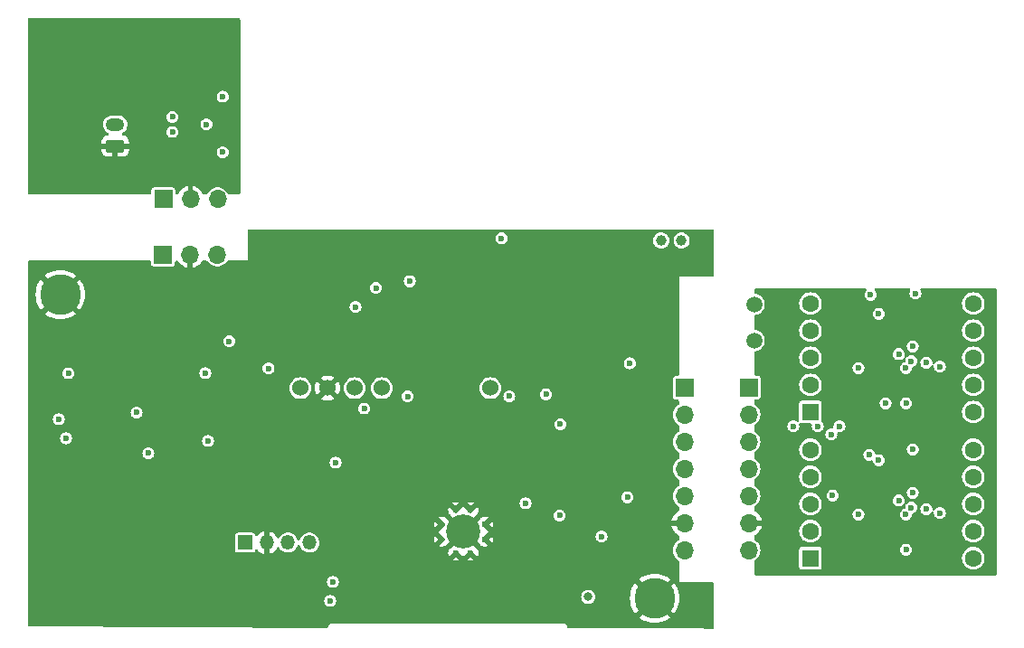
<source format=gbr>
%TF.GenerationSoftware,KiCad,Pcbnew,7.0.1*%
%TF.CreationDate,2023-04-28T21:22:04+03:00*%
%TF.ProjectId,leanometer_esp32,6c65616e-6f6d-4657-9465-725f65737033,R1*%
%TF.SameCoordinates,Original*%
%TF.FileFunction,Copper,L2,Inr*%
%TF.FilePolarity,Positive*%
%FSLAX46Y46*%
G04 Gerber Fmt 4.6, Leading zero omitted, Abs format (unit mm)*
G04 Created by KiCad (PCBNEW 7.0.1) date 2023-04-28 21:22:04*
%MOMM*%
%LPD*%
G01*
G04 APERTURE LIST*
G04 Aperture macros list*
%AMRoundRect*
0 Rectangle with rounded corners*
0 $1 Rounding radius*
0 $2 $3 $4 $5 $6 $7 $8 $9 X,Y pos of 4 corners*
0 Add a 4 corners polygon primitive as box body*
4,1,4,$2,$3,$4,$5,$6,$7,$8,$9,$2,$3,0*
0 Add four circle primitives for the rounded corners*
1,1,$1+$1,$2,$3*
1,1,$1+$1,$4,$5*
1,1,$1+$1,$6,$7*
1,1,$1+$1,$8,$9*
0 Add four rect primitives between the rounded corners*
20,1,$1+$1,$2,$3,$4,$5,0*
20,1,$1+$1,$4,$5,$6,$7,0*
20,1,$1+$1,$6,$7,$8,$9,0*
20,1,$1+$1,$8,$9,$2,$3,0*%
G04 Aperture macros list end*
%TA.AperFunction,ComponentPad*%
%ADD10C,1.524000*%
%TD*%
%TA.AperFunction,ComponentPad*%
%ADD11R,1.700000X1.700000*%
%TD*%
%TA.AperFunction,ComponentPad*%
%ADD12O,1.700000X1.700000*%
%TD*%
%TA.AperFunction,HeatsinkPad*%
%ADD13C,0.600000*%
%TD*%
%TA.AperFunction,HeatsinkPad*%
%ADD14C,3.200000*%
%TD*%
%TA.AperFunction,ComponentPad*%
%ADD15C,3.800000*%
%TD*%
%TA.AperFunction,ComponentPad*%
%ADD16R,1.350000X1.350000*%
%TD*%
%TA.AperFunction,ComponentPad*%
%ADD17O,1.350000X1.350000*%
%TD*%
%TA.AperFunction,ComponentPad*%
%ADD18C,1.000000*%
%TD*%
%TA.AperFunction,ComponentPad*%
%ADD19R,1.600000X1.600000*%
%TD*%
%TA.AperFunction,ComponentPad*%
%ADD20C,1.600000*%
%TD*%
%TA.AperFunction,ComponentPad*%
%ADD21C,1.500000*%
%TD*%
%TA.AperFunction,ComponentPad*%
%ADD22RoundRect,0.250000X0.625000X-0.350000X0.625000X0.350000X-0.625000X0.350000X-0.625000X-0.350000X0*%
%TD*%
%TA.AperFunction,ComponentPad*%
%ADD23O,1.750000X1.200000*%
%TD*%
%TA.AperFunction,ViaPad*%
%ADD24C,0.600000*%
%TD*%
%TA.AperFunction,ViaPad*%
%ADD25C,0.800000*%
%TD*%
G04 APERTURE END LIST*
D10*
%TO.N,+3V3*%
%TO.C,U8*%
X126873000Y-96520000D03*
%TO.N,GND*%
X129413000Y-96520000D03*
%TO.N,/MainBoard/I2C_SCL*%
X131953000Y-96520000D03*
%TO.N,/MainBoard/I2C_SDA*%
X134493000Y-96520000D03*
%TO.N,/MainBoard/IMU_INT*%
X144653000Y-96520000D03*
%TD*%
D11*
%TO.N,+3V3*%
%TO.C,J5*%
X114024000Y-84005000D03*
D12*
%TO.N,GND*%
X116564000Y-84005000D03*
%TO.N,/MainBoard/ADC_VBAT*%
X119104000Y-84005000D03*
%TD*%
D11*
%TO.N,/DisplayBoard/ADC_LDR*%
%TO.C,J1*%
X162846000Y-96490000D03*
D12*
%TO.N,/DisplayBoard/DISP_BRIGHT*%
X162846000Y-99030000D03*
%TO.N,/DisplayBoard/DISP_LATCH*%
X162846000Y-101570000D03*
%TO.N,/DisplayBoard/DISP_CLOCK*%
X162846000Y-104110000D03*
%TO.N,/DisplayBoard/DISP_DATA*%
X162846000Y-106650000D03*
%TO.N,GND*%
X162846000Y-109190000D03*
%TO.N,+3V3*%
X162846000Y-111730000D03*
%TD*%
D13*
%TO.N,GND*%
%TO.C,U2*%
X144172000Y-110679000D03*
X144172000Y-109279000D03*
X142816000Y-111989000D03*
X142816000Y-107925000D03*
D14*
X142141000Y-109979000D03*
D13*
X141416000Y-111989000D03*
X141416000Y-107925000D03*
X140108000Y-110679000D03*
X140108000Y-109279000D03*
%TD*%
D11*
%TO.N,+3V3*%
%TO.C,J7*%
X114039000Y-78830000D03*
D12*
%TO.N,GND*%
X116579000Y-78830000D03*
%TO.N,/MainBoard/ADC_VBAT*%
X119119000Y-78830000D03*
%TD*%
D15*
%TO.N,GND*%
%TO.C,H1*%
X104394000Y-87757000D03*
%TD*%
D11*
%TO.N,/DisplayBoard/ADC_LDR*%
%TO.C,J6*%
X168823500Y-96455000D03*
D12*
%TO.N,/DisplayBoard/DISP_BRIGHT*%
X168823500Y-98995000D03*
%TO.N,/DisplayBoard/DISP_LATCH*%
X168823500Y-101535000D03*
%TO.N,/DisplayBoard/DISP_CLOCK*%
X168823500Y-104075000D03*
%TO.N,/DisplayBoard/DISP_DATA*%
X168823500Y-106615000D03*
%TO.N,GND*%
X168823500Y-109155000D03*
%TO.N,+3V3*%
X168823500Y-111695000D03*
%TD*%
D16*
%TO.N,+3V3*%
%TO.C,J2*%
X121714000Y-110998000D03*
D17*
%TO.N,GND*%
X123714000Y-110998000D03*
%TO.N,/MainBoard/TX*%
X125714000Y-110998000D03*
%TO.N,/MainBoard/RX*%
X127714000Y-110998000D03*
%TD*%
D18*
%TO.N,Net-(U9-OSCO)*%
%TO.C,Y1*%
X160650000Y-82700000D03*
%TO.N,Net-(U9-OSCI)*%
X162550000Y-82700000D03*
%TD*%
D15*
%TO.N,GND*%
%TO.C,H2*%
X160020000Y-116205000D03*
%TD*%
D19*
%TO.N,Net-(U6-E)*%
%TO.C,U6*%
X174612000Y-112462000D03*
D20*
%TO.N,Net-(U6-D)*%
X174612000Y-109922000D03*
%TO.N,/DisplayBoard/LED_CATH*%
X174612000Y-107382000D03*
%TO.N,Net-(U6-C)*%
X174612000Y-104842000D03*
%TO.N,Net-(U6-DP)*%
X174612000Y-102302000D03*
%TO.N,Net-(U6-B)*%
X189852000Y-102302000D03*
%TO.N,Net-(U6-A)*%
X189852000Y-104842000D03*
%TO.N,/DisplayBoard/LED_CATH*%
X189852000Y-107382000D03*
%TO.N,Net-(U6-F)*%
X189852000Y-109922000D03*
%TO.N,Net-(U6-G)*%
X189852000Y-112462000D03*
%TD*%
D19*
%TO.N,Net-(U7-E)*%
%TO.C,U7*%
X174612000Y-98758000D03*
D20*
%TO.N,Net-(U7-D)*%
X174612000Y-96218000D03*
%TO.N,/DisplayBoard/LED_CATH*%
X174612000Y-93678000D03*
%TO.N,Net-(U7-C)*%
X174612000Y-91138000D03*
%TO.N,Net-(U7-DP)*%
X174612000Y-88598000D03*
%TO.N,Net-(U7-B)*%
X189852000Y-88598000D03*
%TO.N,Net-(U7-A)*%
X189852000Y-91138000D03*
%TO.N,/DisplayBoard/LED_CATH*%
X189852000Y-93678000D03*
%TO.N,Net-(U7-F)*%
X189852000Y-96218000D03*
%TO.N,Net-(U7-G)*%
X189852000Y-98758000D03*
%TD*%
D21*
%TO.N,+3V3*%
%TO.C,R15*%
X169331500Y-88664000D03*
%TO.N,/DisplayBoard/ADC_LDR*%
X169331500Y-92064000D03*
%TD*%
D22*
%TO.N,GND*%
%TO.C,J3*%
X109541800Y-73846000D03*
D23*
%TO.N,+BATT*%
X109541800Y-71846000D03*
%TD*%
D24*
%TO.N,GND*%
X109347000Y-100076000D03*
X171101000Y-89434000D03*
X120078500Y-94805500D03*
X120361000Y-68453000D03*
X129540000Y-91440000D03*
X133118000Y-117592000D03*
X177832000Y-106325000D03*
X113249000Y-75692000D03*
X116043000Y-67056000D03*
X106772000Y-77470000D03*
X177832000Y-92609000D03*
X146326000Y-101463000D03*
X136142700Y-86761000D03*
D25*
X151511000Y-91059000D03*
D24*
X111633000Y-74168000D03*
X148104000Y-117592000D03*
X132842000Y-92583000D03*
X110546000Y-93844000D03*
X138639000Y-91948000D03*
X103216000Y-67818000D03*
X105121000Y-64897000D03*
X183420000Y-112548000D03*
X105121000Y-66040000D03*
X114900000Y-65532000D03*
X183547000Y-98832000D03*
X134883300Y-86761000D03*
X120361000Y-65532000D03*
X154813000Y-106807000D03*
X115027000Y-74168000D03*
X103216000Y-63119000D03*
%TO.N,/MainBoard/ADC_VBAT*%
X147955000Y-107315000D03*
%TO.N,/MainBoard/EN*%
X155067000Y-110435000D03*
%TO.N,+3V3*%
X179102000Y-108357000D03*
X119599000Y-74422000D03*
X179102000Y-94641000D03*
X117983000Y-95123000D03*
X120205500Y-92138500D03*
X186722000Y-94514000D03*
X118075000Y-71830000D03*
X157480000Y-106744000D03*
X111545000Y-98806000D03*
X157700000Y-94200000D03*
X186722000Y-108230000D03*
X151200000Y-99900000D03*
X119599000Y-69215000D03*
X104267000Y-99441000D03*
X105156000Y-95123000D03*
X114900000Y-71120000D03*
X114900000Y-72517000D03*
X137115000Y-86507000D03*
X132035000Y-88920000D03*
D25*
X153797000Y-116078000D03*
D24*
%TO.N,/MainBoard/SD_DET_B*%
X104938618Y-101232000D03*
X118237000Y-101473000D03*
%TO.N,/DisplayBoard/ADC_LDR*%
X151130000Y-108458000D03*
%TO.N,/DisplayBoard/DISP_DATA*%
X183550200Y-111659000D03*
%TO.N,/DisplayBoard/DISP_LATCH*%
X176689000Y-106579000D03*
%TO.N,/DisplayBoard/DISP_BRIGHT*%
X176562000Y-100864000D03*
%TO.N,/MainBoard/SD_MOSI*%
X112649000Y-102616000D03*
X129667000Y-116459000D03*
%TO.N,/MainBoard/I2C_SCL*%
X136900000Y-97300000D03*
X129921000Y-114681000D03*
%TO.N,/DisplayBoard/LED_CATH*%
X173006000Y-100102000D03*
X177324000Y-100102000D03*
X175292000Y-100102000D03*
%TO.N,/MainBoard/IO0*%
X123888500Y-94678500D03*
%TO.N,/MainBoard/BUT*%
X149860000Y-97096700D03*
X146431000Y-97282000D03*
X130175000Y-103505000D03*
%TO.N,/MainBoard/IMU_INT*%
X132842000Y-98425000D03*
X133940000Y-87142000D03*
%TO.N,/DisplayBoard/SH_REG_OUT_1*%
X183550200Y-97943000D03*
X181642000Y-97943000D03*
%TO.N,Net-(U5-QA)*%
X185452000Y-94133000D03*
%TO.N,Net-(U5-QB)*%
X184436000Y-87656000D03*
%TO.N,Net-(U5-QC)*%
X181007000Y-89561000D03*
%TO.N,Net-(U5-QD)*%
X184182000Y-92609000D03*
%TO.N,Net-(U5-QE)*%
X182888416Y-93342116D03*
%TO.N,Net-(U5-QF)*%
X184055000Y-94006000D03*
%TO.N,Net-(U5-QG)*%
X183547000Y-94641000D03*
%TO.N,Net-(U5-QH)*%
X180245000Y-87783000D03*
%TO.N,Net-(U4-QH)*%
X180118000Y-102769000D03*
%TO.N,Net-(U4-QG)*%
X183547000Y-108357000D03*
%TO.N,Net-(U4-QF)*%
X184055000Y-107722000D03*
%TO.N,Net-(U4-QE)*%
X182880766Y-107055766D03*
%TO.N,Net-(U4-QD)*%
X184182000Y-106325000D03*
%TO.N,Net-(U4-QC)*%
X181007000Y-103277000D03*
%TO.N,Net-(U4-QB)*%
X184182000Y-102261000D03*
%TO.N,Net-(U4-QA)*%
X185452000Y-107849000D03*
%TO.N,Net-(BT1-+)*%
X145700000Y-82500000D03*
%TD*%
%TA.AperFunction,Conductor*%
%TO.N,GND*%
G36*
X165498500Y-81647381D02*
G01*
X165544619Y-81693500D01*
X165561500Y-81756500D01*
X165561500Y-85980000D01*
X165544619Y-86043000D01*
X165498500Y-86089119D01*
X165435500Y-86106000D01*
X162306000Y-86106000D01*
X162306000Y-95259501D01*
X162289119Y-95322501D01*
X162243000Y-95368620D01*
X162180000Y-95385500D01*
X161970934Y-95385501D01*
X161970932Y-95385501D01*
X161896699Y-95400265D01*
X161812515Y-95456515D01*
X161756266Y-95540698D01*
X161741500Y-95614933D01*
X161741500Y-97365068D01*
X161756265Y-97439300D01*
X161812515Y-97523484D01*
X161868764Y-97561068D01*
X161896699Y-97579734D01*
X161970933Y-97594500D01*
X161970933Y-97594499D01*
X161970934Y-97594500D01*
X162180000Y-97594500D01*
X162243000Y-97611381D01*
X162289119Y-97657500D01*
X162306000Y-97720500D01*
X162306000Y-97995093D01*
X162290076Y-98056406D01*
X162246332Y-98102217D01*
X162200463Y-98130619D01*
X162177537Y-98144814D01*
X162026267Y-98282716D01*
X161902910Y-98446066D01*
X161811672Y-98629297D01*
X161755654Y-98826180D01*
X161736767Y-99030000D01*
X161755654Y-99233819D01*
X161811672Y-99430702D01*
X161902910Y-99613933D01*
X161963314Y-99693920D01*
X162026268Y-99777285D01*
X162177538Y-99915186D01*
X162246332Y-99957782D01*
X162290076Y-100003594D01*
X162306000Y-100064907D01*
X162306000Y-100535093D01*
X162290076Y-100596406D01*
X162246332Y-100642217D01*
X162200463Y-100670619D01*
X162177537Y-100684814D01*
X162026267Y-100822716D01*
X161902910Y-100986066D01*
X161811672Y-101169297D01*
X161755654Y-101366180D01*
X161736767Y-101569999D01*
X161755654Y-101773819D01*
X161811672Y-101970702D01*
X161902910Y-102153933D01*
X161963314Y-102233921D01*
X162026268Y-102317285D01*
X162177538Y-102455186D01*
X162246332Y-102497782D01*
X162290076Y-102543594D01*
X162306000Y-102604907D01*
X162306000Y-103075093D01*
X162290076Y-103136406D01*
X162246332Y-103182217D01*
X162200463Y-103210619D01*
X162177537Y-103224814D01*
X162026267Y-103362716D01*
X161902910Y-103526066D01*
X161811672Y-103709297D01*
X161755654Y-103906180D01*
X161736767Y-104110000D01*
X161755654Y-104313819D01*
X161811672Y-104510702D01*
X161902910Y-104693933D01*
X161963314Y-104773920D01*
X162026268Y-104857285D01*
X162177538Y-104995186D01*
X162246332Y-105037782D01*
X162290076Y-105083594D01*
X162306000Y-105144907D01*
X162306000Y-105615093D01*
X162290076Y-105676406D01*
X162246332Y-105722217D01*
X162200463Y-105750619D01*
X162177537Y-105764814D01*
X162026267Y-105902716D01*
X161902910Y-106066066D01*
X161811672Y-106249297D01*
X161755654Y-106446180D01*
X161736767Y-106649999D01*
X161755654Y-106853819D01*
X161811672Y-107050702D01*
X161902910Y-107233933D01*
X161937788Y-107280118D01*
X162026268Y-107397285D01*
X162177538Y-107535186D01*
X162246332Y-107577782D01*
X162290076Y-107623594D01*
X162306000Y-107684907D01*
X162306000Y-107975252D01*
X162286267Y-108042952D01*
X162233250Y-108089447D01*
X162215399Y-108097770D01*
X162035313Y-108223868D01*
X161879868Y-108379313D01*
X161753770Y-108559399D01*
X161660859Y-108758648D01*
X161612265Y-108939999D01*
X161612266Y-108940000D01*
X162306000Y-108940000D01*
X162306000Y-109440000D01*
X161612266Y-109440000D01*
X161660860Y-109621353D01*
X161753769Y-109820599D01*
X161879868Y-110000686D01*
X162035313Y-110156131D01*
X162215398Y-110282228D01*
X162233248Y-110290552D01*
X162286267Y-110337048D01*
X162306000Y-110404748D01*
X162306000Y-110695093D01*
X162290076Y-110756406D01*
X162246332Y-110802217D01*
X162200698Y-110830474D01*
X162177537Y-110844814D01*
X162026267Y-110982716D01*
X161902910Y-111146066D01*
X161811672Y-111329297D01*
X161755654Y-111526180D01*
X161736767Y-111729999D01*
X161755654Y-111933819D01*
X161811672Y-112130702D01*
X161902910Y-112313933D01*
X161963314Y-112393921D01*
X162026268Y-112477285D01*
X162177538Y-112615186D01*
X162246332Y-112657782D01*
X162290076Y-112703594D01*
X162306000Y-112764907D01*
X162306000Y-114681000D01*
X165435500Y-114681000D01*
X165498500Y-114697881D01*
X165544619Y-114744000D01*
X165561500Y-114807000D01*
X165561500Y-118998327D01*
X165544537Y-119061470D01*
X165498214Y-119107611D01*
X165435007Y-119124325D01*
X164741505Y-119121605D01*
X164678715Y-119104561D01*
X164632799Y-119058464D01*
X164617237Y-119000236D01*
X164616001Y-118999000D01*
X164616000Y-118999000D01*
X151939420Y-118999000D01*
X151879810Y-118984007D01*
X151834386Y-118942597D01*
X151813957Y-118884624D01*
X151812037Y-118863901D01*
X151811500Y-118852277D01*
X151811500Y-118844158D01*
X151811432Y-118843793D01*
X151810006Y-118836166D01*
X151808399Y-118824646D01*
X151804850Y-118786347D01*
X151797115Y-118763271D01*
X151796061Y-118761569D01*
X151796061Y-118761567D01*
X151776868Y-118730570D01*
X151771207Y-118720405D01*
X151754064Y-118685976D01*
X151738519Y-118667256D01*
X151707822Y-118644075D01*
X151698879Y-118636648D01*
X151671933Y-118612084D01*
X151671930Y-118612083D01*
X151670453Y-118610736D01*
X151649187Y-118598891D01*
X151612202Y-118588367D01*
X151601171Y-118584670D01*
X151565305Y-118570776D01*
X151541202Y-118567414D01*
X151502902Y-118570963D01*
X151491277Y-118571500D01*
X129853494Y-118571500D01*
X129824202Y-118567414D01*
X129785902Y-118570963D01*
X129774277Y-118571500D01*
X129766154Y-118571500D01*
X129758152Y-118572995D01*
X129746641Y-118574600D01*
X129708353Y-118578148D01*
X129685267Y-118585886D01*
X129652573Y-118606129D01*
X129642409Y-118611790D01*
X129607981Y-118628933D01*
X129589252Y-118644486D01*
X129566082Y-118675168D01*
X129558649Y-118684118D01*
X129532739Y-118712539D01*
X129520891Y-118733811D01*
X129510365Y-118770803D01*
X129506669Y-118781832D01*
X129492775Y-118817696D01*
X129489413Y-118841800D01*
X129489733Y-118845249D01*
X129476986Y-118913184D01*
X129430319Y-118964172D01*
X129363776Y-118982869D01*
X101465005Y-118873462D01*
X101402215Y-118856418D01*
X101356299Y-118810321D01*
X101339500Y-118747464D01*
X101339500Y-118004559D01*
X158573992Y-118004559D01*
X158612943Y-118038718D01*
X158864323Y-118206685D01*
X159135489Y-118340410D01*
X159421776Y-118437591D01*
X159718308Y-118496575D01*
X160020000Y-118516348D01*
X160321691Y-118496575D01*
X160618223Y-118437591D01*
X160904510Y-118340410D01*
X161175677Y-118206685D01*
X161427061Y-118038715D01*
X161466006Y-118004560D01*
X161466006Y-118004558D01*
X160020001Y-116558553D01*
X160019999Y-116558553D01*
X158573992Y-118004558D01*
X158573992Y-118004559D01*
X101339500Y-118004559D01*
X101339500Y-116459000D01*
X129107715Y-116459000D01*
X129126771Y-116603753D01*
X129182644Y-116738642D01*
X129182645Y-116738643D01*
X129271526Y-116854474D01*
X129387357Y-116943355D01*
X129522246Y-116999228D01*
X129667000Y-117018285D01*
X129811754Y-116999228D01*
X129946643Y-116943355D01*
X130062474Y-116854474D01*
X130151355Y-116738643D01*
X130207228Y-116603754D01*
X130226285Y-116459000D01*
X130207228Y-116314246D01*
X130151355Y-116179358D01*
X130151354Y-116179357D01*
X130151354Y-116179356D01*
X130073581Y-116078000D01*
X153137693Y-116078000D01*
X153156850Y-116235780D01*
X153213212Y-116384394D01*
X153213213Y-116384395D01*
X153303502Y-116515201D01*
X153422471Y-116620599D01*
X153563207Y-116694463D01*
X153717529Y-116732500D01*
X153876469Y-116732500D01*
X153876471Y-116732500D01*
X154030793Y-116694463D01*
X154171529Y-116620599D01*
X154290498Y-116515201D01*
X154380787Y-116384395D01*
X154437149Y-116235782D01*
X154440887Y-116205000D01*
X157708651Y-116205000D01*
X157728424Y-116506691D01*
X157787408Y-116803223D01*
X157884589Y-117089510D01*
X158018314Y-117360676D01*
X158186281Y-117612056D01*
X158220439Y-117651006D01*
X158220440Y-117651006D01*
X159666447Y-116205001D01*
X160373553Y-116205001D01*
X161819558Y-117651006D01*
X161819560Y-117651006D01*
X161853715Y-117612061D01*
X162021685Y-117360677D01*
X162155410Y-117089510D01*
X162252591Y-116803223D01*
X162311575Y-116506691D01*
X162331348Y-116205000D01*
X162311575Y-115903308D01*
X162252591Y-115606776D01*
X162155410Y-115320489D01*
X162021685Y-115049324D01*
X161853718Y-114797943D01*
X161819559Y-114758992D01*
X161819558Y-114758992D01*
X160373553Y-116204999D01*
X160373553Y-116205001D01*
X159666447Y-116205001D01*
X159666447Y-116204999D01*
X158220440Y-114758992D01*
X158220438Y-114758992D01*
X158186283Y-114797940D01*
X158018314Y-115049323D01*
X157884589Y-115320489D01*
X157787408Y-115606776D01*
X157728424Y-115903308D01*
X157708651Y-116205000D01*
X154440887Y-116205000D01*
X154456307Y-116078000D01*
X154437149Y-115920218D01*
X154380787Y-115771605D01*
X154290498Y-115640799D01*
X154171529Y-115535401D01*
X154030793Y-115461537D01*
X153876471Y-115423500D01*
X153717529Y-115423500D01*
X153563207Y-115461537D01*
X153563206Y-115461537D01*
X153563204Y-115461538D01*
X153422472Y-115535400D01*
X153303501Y-115640799D01*
X153213212Y-115771605D01*
X153156850Y-115920219D01*
X153137693Y-116078000D01*
X130073581Y-116078000D01*
X130062475Y-116063527D01*
X130062472Y-116063525D01*
X129946643Y-115974645D01*
X129946642Y-115974644D01*
X129811753Y-115918771D01*
X129667000Y-115899715D01*
X129522246Y-115918771D01*
X129387356Y-115974645D01*
X129271525Y-116063525D01*
X129182645Y-116179356D01*
X129126771Y-116314246D01*
X129107715Y-116459000D01*
X101339500Y-116459000D01*
X101339500Y-114680999D01*
X129361715Y-114680999D01*
X129380771Y-114825753D01*
X129436644Y-114960642D01*
X129436645Y-114960643D01*
X129525526Y-115076474D01*
X129641357Y-115165355D01*
X129776246Y-115221228D01*
X129921000Y-115240285D01*
X130065754Y-115221228D01*
X130200643Y-115165355D01*
X130316474Y-115076474D01*
X130405355Y-114960643D01*
X130461228Y-114825754D01*
X130480285Y-114681000D01*
X130461228Y-114536246D01*
X130407046Y-114405440D01*
X158573992Y-114405440D01*
X160019999Y-115851447D01*
X160020001Y-115851447D01*
X161466006Y-114405440D01*
X161466006Y-114405439D01*
X161427056Y-114371281D01*
X161175676Y-114203314D01*
X160904510Y-114069589D01*
X160618223Y-113972408D01*
X160321691Y-113913424D01*
X160020000Y-113893651D01*
X159718308Y-113913424D01*
X159421776Y-113972408D01*
X159135489Y-114069589D01*
X158864323Y-114203314D01*
X158612940Y-114371283D01*
X158573992Y-114405438D01*
X158573992Y-114405440D01*
X130407046Y-114405440D01*
X130405355Y-114401358D01*
X130405354Y-114401357D01*
X130405354Y-114401356D01*
X130316475Y-114285527D01*
X130316472Y-114285525D01*
X130200643Y-114196645D01*
X130200642Y-114196644D01*
X130065753Y-114140771D01*
X129921000Y-114121715D01*
X129776246Y-114140771D01*
X129641356Y-114196645D01*
X129525525Y-114285525D01*
X129436645Y-114401356D01*
X129380771Y-114536246D01*
X129361715Y-114680999D01*
X101339500Y-114680999D01*
X101339500Y-112633880D01*
X141124672Y-112633880D01*
X141163665Y-112654344D01*
X141330230Y-112695400D01*
X141501770Y-112695400D01*
X141668334Y-112654345D01*
X141707326Y-112633880D01*
X142524672Y-112633880D01*
X142563665Y-112654344D01*
X142730230Y-112695400D01*
X142901770Y-112695400D01*
X143068334Y-112654345D01*
X143107326Y-112633880D01*
X143107326Y-112633878D01*
X142816001Y-112342553D01*
X142816000Y-112342553D01*
X142524672Y-112633879D01*
X142524672Y-112633880D01*
X141707326Y-112633880D01*
X141707326Y-112633878D01*
X141416001Y-112342553D01*
X141416000Y-112342553D01*
X141124672Y-112633879D01*
X141124672Y-112633880D01*
X101339500Y-112633880D01*
X101339500Y-111698068D01*
X120784500Y-111698068D01*
X120799265Y-111772300D01*
X120855515Y-111856484D01*
X120900997Y-111886874D01*
X120939699Y-111912734D01*
X121013933Y-111927500D01*
X122414066Y-111927499D01*
X122414068Y-111927499D01*
X122463556Y-111917655D01*
X122488301Y-111912734D01*
X122572484Y-111856484D01*
X122628734Y-111772301D01*
X122639570Y-111717821D01*
X122663303Y-111665548D01*
X122707767Y-111629228D01*
X122763729Y-111616406D01*
X122819571Y-111629744D01*
X122863698Y-111666473D01*
X122911410Y-111729654D01*
X123059520Y-111864673D01*
X123229911Y-111970176D01*
X123416796Y-112042574D01*
X123463999Y-112051399D01*
X123464000Y-112051400D01*
X123464000Y-109944601D01*
X123463999Y-109944600D01*
X123964000Y-109944600D01*
X123964000Y-112051399D01*
X124011203Y-112042574D01*
X124149497Y-111989000D01*
X140704411Y-111989000D01*
X140725088Y-112159292D01*
X140771026Y-112280420D01*
X141326905Y-111724542D01*
X141383389Y-111691930D01*
X141448611Y-111691930D01*
X141505096Y-111724542D01*
X142060972Y-112280419D01*
X142089553Y-112274284D01*
X142142444Y-112274285D01*
X142171026Y-112280420D01*
X142726905Y-111724542D01*
X142783389Y-111691930D01*
X142848611Y-111691930D01*
X142905096Y-111724542D01*
X143460972Y-112280419D01*
X143460973Y-112280419D01*
X143506911Y-112159292D01*
X143527588Y-111989000D01*
X143506911Y-111818707D01*
X143446080Y-111658308D01*
X143400002Y-111591554D01*
X142141001Y-110332553D01*
X142140999Y-110332553D01*
X140936036Y-111537516D01*
X140900383Y-111562526D01*
X140858346Y-111573904D01*
X140843231Y-111575277D01*
X140785919Y-111658309D01*
X140725088Y-111818707D01*
X140704411Y-111989000D01*
X124149497Y-111989000D01*
X124198088Y-111970176D01*
X124368479Y-111864673D01*
X124516588Y-111729654D01*
X124637362Y-111569725D01*
X124687176Y-111469685D01*
X124731995Y-111419755D01*
X124796087Y-111399908D01*
X124861279Y-111415772D01*
X124909086Y-111462848D01*
X124957877Y-111547357D01*
X125088615Y-111692556D01*
X125088617Y-111692558D01*
X125246690Y-111807405D01*
X125425187Y-111886876D01*
X125616306Y-111927500D01*
X125811692Y-111927500D01*
X125811694Y-111927500D01*
X126002813Y-111886876D01*
X126181310Y-111807405D01*
X126339383Y-111692558D01*
X126470123Y-111547356D01*
X126567818Y-111378144D01*
X126594166Y-111297050D01*
X126627747Y-111244135D01*
X126682665Y-111213944D01*
X126745335Y-111213944D01*
X126800253Y-111244135D01*
X126833833Y-111297050D01*
X126860181Y-111378143D01*
X126957877Y-111547357D01*
X127088615Y-111692556D01*
X127088617Y-111692558D01*
X127246690Y-111807405D01*
X127425187Y-111886876D01*
X127616306Y-111927500D01*
X127811692Y-111927500D01*
X127811694Y-111927500D01*
X128002813Y-111886876D01*
X128181310Y-111807405D01*
X128339383Y-111692558D01*
X128470123Y-111547356D01*
X128567818Y-111378144D01*
X128628196Y-111192318D01*
X128648620Y-110998000D01*
X128628196Y-110803682D01*
X128587684Y-110678999D01*
X139396411Y-110678999D01*
X139417088Y-110849292D01*
X139463026Y-110970419D01*
X139754447Y-110679000D01*
X139754447Y-110678999D01*
X139463026Y-110387578D01*
X139463025Y-110387578D01*
X139417088Y-110508706D01*
X139396411Y-110678999D01*
X128587684Y-110678999D01*
X128567818Y-110617856D01*
X128470123Y-110448644D01*
X128470122Y-110448642D01*
X128339384Y-110303443D01*
X128331800Y-110297933D01*
X128181310Y-110188595D01*
X128002813Y-110109124D01*
X127811694Y-110068500D01*
X127616306Y-110068500D01*
X127425187Y-110109124D01*
X127425184Y-110109125D01*
X127425185Y-110109125D01*
X127246689Y-110188595D01*
X127088615Y-110303443D01*
X126957877Y-110448642D01*
X126860181Y-110617855D01*
X126833833Y-110698950D01*
X126800253Y-110751864D01*
X126745335Y-110782055D01*
X126682665Y-110782055D01*
X126627747Y-110751864D01*
X126594167Y-110698950D01*
X126567818Y-110617855D01*
X126470122Y-110448642D01*
X126339384Y-110303443D01*
X126331800Y-110297933D01*
X126181310Y-110188595D01*
X126002813Y-110109124D01*
X125811694Y-110068500D01*
X125616306Y-110068500D01*
X125425187Y-110109124D01*
X125425184Y-110109125D01*
X125425185Y-110109125D01*
X125246689Y-110188595D01*
X125088615Y-110303443D01*
X124957877Y-110448642D01*
X124909086Y-110533151D01*
X124861279Y-110580228D01*
X124796087Y-110596091D01*
X124731995Y-110576244D01*
X124687176Y-110526314D01*
X124637362Y-110426274D01*
X124516588Y-110266345D01*
X124368479Y-110131326D01*
X124211485Y-110034118D01*
X139816671Y-110034118D01*
X140108000Y-110325446D01*
X140108000Y-110325447D01*
X140372457Y-110589904D01*
X140405069Y-110646388D01*
X140405069Y-110711610D01*
X140372457Y-110768094D01*
X139816672Y-111323878D01*
X139816672Y-111323880D01*
X139855665Y-111344344D01*
X140022230Y-111385400D01*
X140193770Y-111385400D01*
X140360336Y-111344344D01*
X140512225Y-111264627D01*
X140532110Y-111247008D01*
X140532145Y-111246855D01*
X140558719Y-111207726D01*
X141787446Y-109979001D01*
X142494553Y-109979001D01*
X143722280Y-111206727D01*
X143748853Y-111245853D01*
X143749410Y-111248356D01*
X143767772Y-111264625D01*
X143919663Y-111344344D01*
X144086230Y-111385400D01*
X144257770Y-111385400D01*
X144424334Y-111344345D01*
X144463326Y-111323880D01*
X144463326Y-111323878D01*
X143907542Y-110768094D01*
X143874930Y-110711610D01*
X143874930Y-110679001D01*
X144525553Y-110679001D01*
X144816971Y-110970419D01*
X144816973Y-110970419D01*
X144862911Y-110849292D01*
X144883588Y-110679000D01*
X144862911Y-110508707D01*
X144834957Y-110435000D01*
X154507715Y-110435000D01*
X154526771Y-110579753D01*
X154582644Y-110714642D01*
X154582645Y-110714643D01*
X154671526Y-110830474D01*
X154787357Y-110919355D01*
X154922246Y-110975228D01*
X155067000Y-110994285D01*
X155211754Y-110975228D01*
X155346643Y-110919355D01*
X155462474Y-110830474D01*
X155551355Y-110714643D01*
X155607228Y-110579754D01*
X155626285Y-110435000D01*
X155607228Y-110290246D01*
X155551355Y-110155358D01*
X155551354Y-110155357D01*
X155551354Y-110155356D01*
X155462475Y-110039527D01*
X155462472Y-110039525D01*
X155369401Y-109968108D01*
X155346642Y-109950644D01*
X155211753Y-109894771D01*
X155067000Y-109875715D01*
X154922246Y-109894771D01*
X154787356Y-109950645D01*
X154671525Y-110039525D01*
X154582645Y-110155356D01*
X154526771Y-110290246D01*
X154507715Y-110435000D01*
X144834957Y-110435000D01*
X144816973Y-110387579D01*
X144816972Y-110387579D01*
X144525553Y-110679000D01*
X144525553Y-110679001D01*
X143874930Y-110679001D01*
X143874930Y-110646388D01*
X143907542Y-110589903D01*
X144172000Y-110325446D01*
X144172003Y-110325443D01*
X144463326Y-110034119D01*
X144457823Y-109997961D01*
X144457823Y-109960041D01*
X144463326Y-109923878D01*
X143907542Y-109368094D01*
X143874930Y-109311610D01*
X143874930Y-109279001D01*
X144525553Y-109279001D01*
X144816971Y-109570419D01*
X144816973Y-109570419D01*
X144862911Y-109449292D01*
X144883588Y-109279000D01*
X144862911Y-109108707D01*
X144816973Y-108987579D01*
X144816972Y-108987579D01*
X144525553Y-109279000D01*
X144525553Y-109279001D01*
X143874930Y-109279001D01*
X143874930Y-109246388D01*
X143907542Y-109189903D01*
X144172000Y-108925446D01*
X144172003Y-108925443D01*
X144463327Y-108634118D01*
X144424336Y-108613655D01*
X144257770Y-108572600D01*
X144086230Y-108572600D01*
X143919663Y-108613655D01*
X143767774Y-108693372D01*
X143749412Y-108709636D01*
X143748853Y-108712151D01*
X143722283Y-108751269D01*
X142494553Y-109978999D01*
X142494553Y-109979001D01*
X141787446Y-109979001D01*
X141787447Y-109979000D01*
X141787447Y-109978999D01*
X140558717Y-108750270D01*
X140532146Y-108711148D01*
X140532110Y-108710987D01*
X140512228Y-108693374D01*
X140360336Y-108613655D01*
X140193770Y-108572600D01*
X140022230Y-108572600D01*
X139855667Y-108613654D01*
X139816672Y-108634119D01*
X140108000Y-108925446D01*
X140108000Y-108925447D01*
X140372457Y-109189904D01*
X140405069Y-109246388D01*
X140405069Y-109311610D01*
X140372457Y-109368094D01*
X139816672Y-109923878D01*
X139822176Y-109960042D01*
X139822175Y-109997959D01*
X139816671Y-110034118D01*
X124211485Y-110034118D01*
X124198088Y-110025823D01*
X124011203Y-109953425D01*
X123964000Y-109944600D01*
X123463999Y-109944600D01*
X123416796Y-109953425D01*
X123229911Y-110025823D01*
X123059520Y-110131326D01*
X122911410Y-110266345D01*
X122863698Y-110329527D01*
X122819571Y-110366256D01*
X122763729Y-110379594D01*
X122707766Y-110366771D01*
X122663302Y-110330451D01*
X122639569Y-110278174D01*
X122628734Y-110223699D01*
X122572484Y-110139515D01*
X122488301Y-110083266D01*
X122488300Y-110083265D01*
X122414066Y-110068500D01*
X121013931Y-110068500D01*
X120939699Y-110083265D01*
X120855515Y-110139515D01*
X120799266Y-110223698D01*
X120784500Y-110297933D01*
X120784500Y-111698068D01*
X101339500Y-111698068D01*
X101339500Y-109278999D01*
X139396411Y-109278999D01*
X139417088Y-109449292D01*
X139463026Y-109570419D01*
X139754447Y-109279000D01*
X139754447Y-109278999D01*
X139463026Y-108987578D01*
X139463025Y-108987578D01*
X139417088Y-109108706D01*
X139396411Y-109278999D01*
X101339500Y-109278999D01*
X101339500Y-107925000D01*
X140704411Y-107925000D01*
X140725088Y-108095292D01*
X140785918Y-108255689D01*
X140864925Y-108370149D01*
X140878820Y-108373910D01*
X140914473Y-108398920D01*
X142140999Y-109625447D01*
X142141001Y-109625447D01*
X143308447Y-108458000D01*
X150570715Y-108458000D01*
X150589771Y-108602753D01*
X150645644Y-108737642D01*
X150645645Y-108737643D01*
X150734526Y-108853474D01*
X150850357Y-108942355D01*
X150985246Y-108998228D01*
X151130000Y-109017285D01*
X151274754Y-108998228D01*
X151409643Y-108942355D01*
X151525474Y-108853474D01*
X151614355Y-108737643D01*
X151670228Y-108602754D01*
X151689285Y-108458000D01*
X151670228Y-108313246D01*
X151614355Y-108178358D01*
X151614354Y-108178357D01*
X151614354Y-108178356D01*
X151525475Y-108062527D01*
X151525472Y-108062525D01*
X151467558Y-108018085D01*
X151409642Y-107973644D01*
X151274753Y-107917771D01*
X151130000Y-107898715D01*
X150985246Y-107917771D01*
X150850356Y-107973645D01*
X150734525Y-108062525D01*
X150645645Y-108178356D01*
X150589771Y-108313246D01*
X150570715Y-108458000D01*
X143308447Y-108458000D01*
X143375064Y-108391383D01*
X143377374Y-108367762D01*
X143395235Y-108329352D01*
X143446080Y-108255691D01*
X143506911Y-108095292D01*
X143527588Y-107924999D01*
X143506911Y-107754707D01*
X143460973Y-107633579D01*
X143460971Y-107633579D01*
X142905094Y-108189457D01*
X142848610Y-108222069D01*
X142783388Y-108222069D01*
X142726903Y-108189457D01*
X142171025Y-107633578D01*
X142142444Y-107639714D01*
X142089556Y-107639714D01*
X142060972Y-107633578D01*
X141505094Y-108189457D01*
X141448610Y-108222069D01*
X141383388Y-108222069D01*
X141326903Y-108189457D01*
X140771025Y-107633578D01*
X140725088Y-107754706D01*
X140704411Y-107925000D01*
X101339500Y-107925000D01*
X101339500Y-107280119D01*
X141124671Y-107280119D01*
X141415999Y-107571447D01*
X141416000Y-107571447D01*
X141707326Y-107280119D01*
X142524671Y-107280119D01*
X142815999Y-107571447D01*
X142816000Y-107571447D01*
X143072446Y-107314999D01*
X147395715Y-107314999D01*
X147414771Y-107459753D01*
X147470644Y-107594642D01*
X147470645Y-107594643D01*
X147559526Y-107710474D01*
X147675357Y-107799355D01*
X147810246Y-107855228D01*
X147955000Y-107874285D01*
X148099754Y-107855228D01*
X148234643Y-107799355D01*
X148350474Y-107710474D01*
X148439355Y-107594643D01*
X148495228Y-107459754D01*
X148514285Y-107315000D01*
X148495228Y-107170246D01*
X148439355Y-107035358D01*
X148439354Y-107035357D01*
X148439354Y-107035356D01*
X148350475Y-106919527D01*
X148350472Y-106919525D01*
X148234643Y-106830645D01*
X148234642Y-106830644D01*
X148099753Y-106774771D01*
X147955000Y-106755715D01*
X147810246Y-106774771D01*
X147675356Y-106830645D01*
X147559525Y-106919525D01*
X147470645Y-107035356D01*
X147414771Y-107170246D01*
X147395715Y-107314999D01*
X143072446Y-107314999D01*
X143107327Y-107280118D01*
X143068336Y-107259655D01*
X142901770Y-107218600D01*
X142730230Y-107218600D01*
X142563667Y-107259654D01*
X142524671Y-107280119D01*
X141707326Y-107280119D01*
X141707327Y-107280118D01*
X141668336Y-107259655D01*
X141501770Y-107218600D01*
X141330230Y-107218600D01*
X141163667Y-107259654D01*
X141124671Y-107280119D01*
X101339500Y-107280119D01*
X101339500Y-106743999D01*
X156920715Y-106743999D01*
X156939771Y-106888753D01*
X156995644Y-107023642D01*
X156995645Y-107023643D01*
X157084526Y-107139474D01*
X157200357Y-107228355D01*
X157335246Y-107284228D01*
X157480000Y-107303285D01*
X157624754Y-107284228D01*
X157759643Y-107228355D01*
X157875474Y-107139474D01*
X157964355Y-107023643D01*
X158020228Y-106888754D01*
X158039285Y-106744000D01*
X158020228Y-106599246D01*
X157964355Y-106464358D01*
X157964354Y-106464357D01*
X157964354Y-106464356D01*
X157875475Y-106348527D01*
X157875472Y-106348525D01*
X157759643Y-106259645D01*
X157759642Y-106259644D01*
X157624753Y-106203771D01*
X157480000Y-106184715D01*
X157335246Y-106203771D01*
X157200356Y-106259645D01*
X157084525Y-106348525D01*
X156995645Y-106464356D01*
X156939771Y-106599246D01*
X156920715Y-106743999D01*
X101339500Y-106743999D01*
X101339500Y-103504999D01*
X129615715Y-103504999D01*
X129634771Y-103649753D01*
X129690644Y-103784642D01*
X129690645Y-103784643D01*
X129779526Y-103900474D01*
X129895357Y-103989355D01*
X130030246Y-104045228D01*
X130175000Y-104064285D01*
X130319754Y-104045228D01*
X130454643Y-103989355D01*
X130570474Y-103900474D01*
X130659355Y-103784643D01*
X130715228Y-103649754D01*
X130734285Y-103505000D01*
X130715228Y-103360246D01*
X130659355Y-103225358D01*
X130659354Y-103225357D01*
X130659354Y-103225356D01*
X130570475Y-103109527D01*
X130570472Y-103109525D01*
X130454643Y-103020645D01*
X130454642Y-103020644D01*
X130319753Y-102964771D01*
X130175000Y-102945715D01*
X130030246Y-102964771D01*
X129895356Y-103020645D01*
X129779525Y-103109525D01*
X129690645Y-103225356D01*
X129634771Y-103360246D01*
X129615715Y-103504999D01*
X101339500Y-103504999D01*
X101339500Y-102616000D01*
X112089715Y-102616000D01*
X112108771Y-102760753D01*
X112164644Y-102895642D01*
X112164645Y-102895643D01*
X112253526Y-103011474D01*
X112369357Y-103100355D01*
X112504246Y-103156228D01*
X112649000Y-103175285D01*
X112793754Y-103156228D01*
X112928643Y-103100355D01*
X113044474Y-103011474D01*
X113133355Y-102895643D01*
X113189228Y-102760754D01*
X113208285Y-102616000D01*
X113189228Y-102471246D01*
X113133355Y-102336358D01*
X113133354Y-102336357D01*
X113133354Y-102336356D01*
X113044475Y-102220527D01*
X113044472Y-102220525D01*
X112928643Y-102131645D01*
X112928642Y-102131644D01*
X112793753Y-102075771D01*
X112649000Y-102056715D01*
X112504246Y-102075771D01*
X112369356Y-102131645D01*
X112253525Y-102220525D01*
X112164645Y-102336356D01*
X112108771Y-102471246D01*
X112089715Y-102616000D01*
X101339500Y-102616000D01*
X101339500Y-101231999D01*
X104379333Y-101231999D01*
X104398389Y-101376753D01*
X104454262Y-101511642D01*
X104454263Y-101511643D01*
X104543144Y-101627474D01*
X104658975Y-101716355D01*
X104793864Y-101772228D01*
X104938618Y-101791285D01*
X105083372Y-101772228D01*
X105218261Y-101716355D01*
X105334092Y-101627474D01*
X105422973Y-101511643D01*
X105438980Y-101472999D01*
X117677715Y-101472999D01*
X117696771Y-101617753D01*
X117752644Y-101752642D01*
X117752645Y-101752643D01*
X117841526Y-101868474D01*
X117957357Y-101957355D01*
X118092246Y-102013228D01*
X118237000Y-102032285D01*
X118381754Y-102013228D01*
X118516643Y-101957355D01*
X118632474Y-101868474D01*
X118721355Y-101752643D01*
X118777228Y-101617754D01*
X118796285Y-101473000D01*
X118777228Y-101328246D01*
X118721355Y-101193358D01*
X118721354Y-101193357D01*
X118721354Y-101193356D01*
X118632475Y-101077527D01*
X118632472Y-101077525D01*
X118560409Y-101022228D01*
X118516642Y-100988644D01*
X118381753Y-100932771D01*
X118237000Y-100913715D01*
X118092246Y-100932771D01*
X117957356Y-100988645D01*
X117841525Y-101077525D01*
X117752645Y-101193356D01*
X117696771Y-101328246D01*
X117677715Y-101472999D01*
X105438980Y-101472999D01*
X105478846Y-101376754D01*
X105497903Y-101232000D01*
X105478846Y-101087246D01*
X105422973Y-100952358D01*
X105422972Y-100952357D01*
X105422972Y-100952356D01*
X105334093Y-100836527D01*
X105334090Y-100836525D01*
X105218261Y-100747645D01*
X105218260Y-100747644D01*
X105083371Y-100691771D01*
X104938618Y-100672715D01*
X104793864Y-100691771D01*
X104658974Y-100747645D01*
X104543143Y-100836525D01*
X104454263Y-100952356D01*
X104398389Y-101087246D01*
X104379333Y-101231999D01*
X101339500Y-101231999D01*
X101339500Y-99441000D01*
X103707715Y-99441000D01*
X103726771Y-99585753D01*
X103782644Y-99720642D01*
X103782645Y-99720643D01*
X103871526Y-99836474D01*
X103987357Y-99925355D01*
X104122246Y-99981228D01*
X104267000Y-100000285D01*
X104411754Y-99981228D01*
X104546643Y-99925355D01*
X104579687Y-99899999D01*
X150640715Y-99899999D01*
X150659771Y-100044753D01*
X150715644Y-100179642D01*
X150715645Y-100179643D01*
X150804526Y-100295474D01*
X150920357Y-100384355D01*
X151055246Y-100440228D01*
X151200000Y-100459285D01*
X151344754Y-100440228D01*
X151479643Y-100384355D01*
X151595474Y-100295474D01*
X151684355Y-100179643D01*
X151740228Y-100044754D01*
X151759285Y-99900000D01*
X151740228Y-99755246D01*
X151684355Y-99620358D01*
X151684354Y-99620357D01*
X151684354Y-99620356D01*
X151595475Y-99504527D01*
X151595472Y-99504525D01*
X151512686Y-99441000D01*
X151479642Y-99415644D01*
X151344753Y-99359771D01*
X151200000Y-99340715D01*
X151055246Y-99359771D01*
X150920356Y-99415645D01*
X150804525Y-99504525D01*
X150715645Y-99620356D01*
X150659771Y-99755246D01*
X150640715Y-99899999D01*
X104579687Y-99899999D01*
X104662474Y-99836474D01*
X104751355Y-99720643D01*
X104807228Y-99585754D01*
X104826285Y-99441000D01*
X104807228Y-99296246D01*
X104751355Y-99161358D01*
X104751354Y-99161357D01*
X104751354Y-99161356D01*
X104662475Y-99045527D01*
X104662472Y-99045525D01*
X104582663Y-98984284D01*
X104546642Y-98956644D01*
X104411753Y-98900771D01*
X104267000Y-98881715D01*
X104122246Y-98900771D01*
X103987356Y-98956645D01*
X103871525Y-99045525D01*
X103782645Y-99161356D01*
X103726771Y-99296246D01*
X103707715Y-99441000D01*
X101339500Y-99441000D01*
X101339500Y-98806000D01*
X110985715Y-98806000D01*
X111004771Y-98950753D01*
X111060644Y-99085642D01*
X111060645Y-99085643D01*
X111149526Y-99201474D01*
X111265357Y-99290355D01*
X111400246Y-99346228D01*
X111545000Y-99365285D01*
X111689754Y-99346228D01*
X111824643Y-99290355D01*
X111940474Y-99201474D01*
X112029355Y-99085643D01*
X112085228Y-98950754D01*
X112104285Y-98806000D01*
X112085228Y-98661246D01*
X112029355Y-98526358D01*
X112029354Y-98526357D01*
X112029354Y-98526356D01*
X111951581Y-98425000D01*
X132282715Y-98425000D01*
X132301771Y-98569753D01*
X132357644Y-98704642D01*
X132357645Y-98704643D01*
X132446526Y-98820474D01*
X132562357Y-98909355D01*
X132697246Y-98965228D01*
X132842000Y-98984285D01*
X132986754Y-98965228D01*
X133121643Y-98909355D01*
X133237474Y-98820474D01*
X133326355Y-98704643D01*
X133382228Y-98569754D01*
X133401285Y-98425000D01*
X133382228Y-98280246D01*
X133326355Y-98145358D01*
X133326354Y-98145357D01*
X133326354Y-98145356D01*
X133237475Y-98029527D01*
X133237472Y-98029525D01*
X133121643Y-97940645D01*
X133121642Y-97940644D01*
X132986753Y-97884771D01*
X132842000Y-97865715D01*
X132697246Y-97884771D01*
X132562356Y-97940645D01*
X132446525Y-98029525D01*
X132357645Y-98145356D01*
X132301771Y-98280246D01*
X132282715Y-98425000D01*
X111951581Y-98425000D01*
X111940475Y-98410527D01*
X111940472Y-98410525D01*
X111848457Y-98339918D01*
X111824642Y-98321644D01*
X111689753Y-98265771D01*
X111545000Y-98246715D01*
X111400246Y-98265771D01*
X111265356Y-98321645D01*
X111149525Y-98410525D01*
X111060645Y-98526356D01*
X111004771Y-98661246D01*
X110985715Y-98806000D01*
X101339500Y-98806000D01*
X101339500Y-96520000D01*
X125851581Y-96520000D01*
X125871207Y-96719269D01*
X125929332Y-96910878D01*
X125929333Y-96910880D01*
X126023722Y-97087469D01*
X126051295Y-97121067D01*
X126150747Y-97242252D01*
X126216109Y-97295892D01*
X126305531Y-97369278D01*
X126482120Y-97463667D01*
X126576091Y-97492173D01*
X126673730Y-97521792D01*
X126873000Y-97541418D01*
X127072269Y-97521792D01*
X127131162Y-97503927D01*
X128782625Y-97503927D01*
X128889963Y-97570388D01*
X129091882Y-97648611D01*
X129304734Y-97688400D01*
X129521266Y-97688400D01*
X129734117Y-97648611D01*
X129936033Y-97570389D01*
X130043372Y-97503926D01*
X129413000Y-96873553D01*
X129412999Y-96873553D01*
X128782625Y-97503926D01*
X128782625Y-97503927D01*
X127131162Y-97503927D01*
X127263880Y-97463667D01*
X127440469Y-97369278D01*
X127595252Y-97242252D01*
X127722278Y-97087469D01*
X127816667Y-96910880D01*
X127874792Y-96719269D01*
X127894418Y-96520000D01*
X127894418Y-96519999D01*
X128239594Y-96519999D01*
X128259574Y-96735617D01*
X128318831Y-96943885D01*
X128415348Y-97137717D01*
X128426698Y-97152746D01*
X129059446Y-96520000D01*
X129766553Y-96520000D01*
X130399300Y-97152747D01*
X130399301Y-97152746D01*
X130410649Y-97137719D01*
X130507170Y-96943880D01*
X130566425Y-96735617D01*
X130586405Y-96520000D01*
X130931581Y-96520000D01*
X130951207Y-96719269D01*
X131009332Y-96910878D01*
X131009333Y-96910880D01*
X131103722Y-97087469D01*
X131131295Y-97121067D01*
X131230747Y-97242252D01*
X131296109Y-97295892D01*
X131385531Y-97369278D01*
X131562120Y-97463667D01*
X131656091Y-97492173D01*
X131753730Y-97521792D01*
X131953000Y-97541418D01*
X132152269Y-97521792D01*
X132343880Y-97463667D01*
X132520469Y-97369278D01*
X132675252Y-97242252D01*
X132802278Y-97087469D01*
X132896667Y-96910880D01*
X132954792Y-96719269D01*
X132974418Y-96520000D01*
X133471581Y-96520000D01*
X133491207Y-96719269D01*
X133549332Y-96910878D01*
X133549333Y-96910880D01*
X133643722Y-97087469D01*
X133671295Y-97121067D01*
X133770747Y-97242252D01*
X133836109Y-97295892D01*
X133925531Y-97369278D01*
X134102120Y-97463667D01*
X134196091Y-97492173D01*
X134293730Y-97521792D01*
X134493000Y-97541418D01*
X134692269Y-97521792D01*
X134883880Y-97463667D01*
X135060469Y-97369278D01*
X135144885Y-97300000D01*
X136340715Y-97300000D01*
X136359771Y-97444753D01*
X136415644Y-97579642D01*
X136427045Y-97594500D01*
X136504526Y-97695474D01*
X136620357Y-97784355D01*
X136755246Y-97840228D01*
X136900000Y-97859285D01*
X137044754Y-97840228D01*
X137179643Y-97784355D01*
X137295474Y-97695474D01*
X137384355Y-97579643D01*
X137440228Y-97444754D01*
X137459285Y-97300000D01*
X137440228Y-97155246D01*
X137384355Y-97020358D01*
X137384354Y-97020357D01*
X137384354Y-97020356D01*
X137295475Y-96904527D01*
X137295472Y-96904525D01*
X137237558Y-96860085D01*
X137179642Y-96815644D01*
X137044753Y-96759771D01*
X136900000Y-96740715D01*
X136755246Y-96759771D01*
X136620356Y-96815645D01*
X136504525Y-96904525D01*
X136415645Y-97020356D01*
X136359771Y-97155246D01*
X136340715Y-97300000D01*
X135144885Y-97300000D01*
X135215252Y-97242252D01*
X135342278Y-97087469D01*
X135436667Y-96910880D01*
X135494792Y-96719269D01*
X135514418Y-96520000D01*
X143631581Y-96520000D01*
X143651207Y-96719269D01*
X143709332Y-96910878D01*
X143709333Y-96910880D01*
X143803722Y-97087469D01*
X143831295Y-97121067D01*
X143930747Y-97242252D01*
X143996109Y-97295892D01*
X144085531Y-97369278D01*
X144262120Y-97463667D01*
X144356091Y-97492173D01*
X144453730Y-97521792D01*
X144653000Y-97541418D01*
X144852269Y-97521792D01*
X145043880Y-97463667D01*
X145220469Y-97369278D01*
X145326818Y-97282000D01*
X145871715Y-97282000D01*
X145890771Y-97426753D01*
X145946644Y-97561642D01*
X145946645Y-97561643D01*
X146035526Y-97677474D01*
X146151357Y-97766355D01*
X146286246Y-97822228D01*
X146431000Y-97841285D01*
X146575754Y-97822228D01*
X146710643Y-97766355D01*
X146826474Y-97677474D01*
X146915355Y-97561643D01*
X146971228Y-97426754D01*
X146990285Y-97282000D01*
X146971228Y-97137246D01*
X146954433Y-97096700D01*
X149300715Y-97096700D01*
X149319771Y-97241453D01*
X149375644Y-97376342D01*
X149375645Y-97376343D01*
X149464526Y-97492174D01*
X149580357Y-97581055D01*
X149715246Y-97636928D01*
X149860000Y-97655985D01*
X150004754Y-97636928D01*
X150139643Y-97581055D01*
X150255474Y-97492174D01*
X150344355Y-97376343D01*
X150400228Y-97241454D01*
X150419285Y-97096700D01*
X150400228Y-96951946D01*
X150344355Y-96817058D01*
X150344354Y-96817057D01*
X150344354Y-96817056D01*
X150255475Y-96701227D01*
X150255472Y-96701225D01*
X150139643Y-96612345D01*
X150139642Y-96612344D01*
X150004753Y-96556471D01*
X149860000Y-96537415D01*
X149715246Y-96556471D01*
X149580356Y-96612345D01*
X149464525Y-96701225D01*
X149375645Y-96817056D01*
X149319771Y-96951946D01*
X149300715Y-97096700D01*
X146954433Y-97096700D01*
X146915355Y-97002358D01*
X146915354Y-97002357D01*
X146915354Y-97002356D01*
X146826475Y-96886527D01*
X146826472Y-96886525D01*
X146710643Y-96797645D01*
X146710642Y-96797644D01*
X146575753Y-96741771D01*
X146431000Y-96722715D01*
X146286246Y-96741771D01*
X146151356Y-96797645D01*
X146035525Y-96886525D01*
X145946645Y-97002356D01*
X145890771Y-97137246D01*
X145871715Y-97282000D01*
X145326818Y-97282000D01*
X145375252Y-97242252D01*
X145502278Y-97087469D01*
X145596667Y-96910880D01*
X145654792Y-96719269D01*
X145674418Y-96520000D01*
X145654792Y-96320731D01*
X145596667Y-96129120D01*
X145502278Y-95952531D01*
X145421088Y-95853600D01*
X145375252Y-95797747D01*
X145275741Y-95716082D01*
X145220469Y-95670722D01*
X145043880Y-95576333D01*
X145043879Y-95576332D01*
X145043878Y-95576332D01*
X144852269Y-95518207D01*
X144653000Y-95498581D01*
X144453730Y-95518207D01*
X144262121Y-95576332D01*
X144085532Y-95670721D01*
X143930747Y-95797747D01*
X143803721Y-95952532D01*
X143709332Y-96129121D01*
X143651207Y-96320730D01*
X143631581Y-96520000D01*
X135514418Y-96520000D01*
X135494792Y-96320731D01*
X135436667Y-96129120D01*
X135342278Y-95952531D01*
X135261088Y-95853600D01*
X135215252Y-95797747D01*
X135115741Y-95716082D01*
X135060469Y-95670722D01*
X134883880Y-95576333D01*
X134883879Y-95576332D01*
X134883878Y-95576332D01*
X134692269Y-95518207D01*
X134493000Y-95498581D01*
X134293730Y-95518207D01*
X134102121Y-95576332D01*
X133925532Y-95670721D01*
X133770747Y-95797747D01*
X133643721Y-95952532D01*
X133549332Y-96129121D01*
X133491207Y-96320730D01*
X133471581Y-96520000D01*
X132974418Y-96520000D01*
X132954792Y-96320731D01*
X132896667Y-96129120D01*
X132802278Y-95952531D01*
X132721088Y-95853600D01*
X132675252Y-95797747D01*
X132575741Y-95716082D01*
X132520469Y-95670722D01*
X132343880Y-95576333D01*
X132343879Y-95576332D01*
X132343878Y-95576332D01*
X132152269Y-95518207D01*
X131953000Y-95498581D01*
X131753730Y-95518207D01*
X131562121Y-95576332D01*
X131385532Y-95670721D01*
X131230747Y-95797747D01*
X131103721Y-95952532D01*
X131009332Y-96129121D01*
X130951207Y-96320730D01*
X130931581Y-96520000D01*
X130586405Y-96520000D01*
X130586405Y-96519999D01*
X130566425Y-96304382D01*
X130507170Y-96096119D01*
X130410649Y-95902279D01*
X130399301Y-95887252D01*
X130399299Y-95887252D01*
X129766553Y-96519999D01*
X129766553Y-96520000D01*
X129059446Y-96520000D01*
X129059446Y-96519999D01*
X128426698Y-95887251D01*
X128426697Y-95887251D01*
X128415349Y-95902281D01*
X128318831Y-96096114D01*
X128259574Y-96304382D01*
X128239594Y-96519999D01*
X127894418Y-96519999D01*
X127874792Y-96320731D01*
X127816667Y-96129120D01*
X127722278Y-95952531D01*
X127641088Y-95853600D01*
X127595252Y-95797747D01*
X127495741Y-95716082D01*
X127440469Y-95670722D01*
X127263880Y-95576333D01*
X127263879Y-95576332D01*
X127263878Y-95576332D01*
X127131161Y-95536072D01*
X128782625Y-95536072D01*
X129412999Y-96166446D01*
X129413000Y-96166446D01*
X130043372Y-95536072D01*
X129936031Y-95469610D01*
X129734117Y-95391388D01*
X129521266Y-95351600D01*
X129304734Y-95351600D01*
X129091882Y-95391388D01*
X128889968Y-95469610D01*
X128782625Y-95536072D01*
X127131161Y-95536072D01*
X127072269Y-95518207D01*
X126873000Y-95498581D01*
X126673730Y-95518207D01*
X126482121Y-95576332D01*
X126305532Y-95670721D01*
X126150747Y-95797747D01*
X126023721Y-95952532D01*
X125929332Y-96129121D01*
X125871207Y-96320730D01*
X125851581Y-96520000D01*
X101339500Y-96520000D01*
X101339500Y-95122999D01*
X104596715Y-95122999D01*
X104615771Y-95267753D01*
X104671644Y-95402642D01*
X104671645Y-95402643D01*
X104760526Y-95518474D01*
X104876357Y-95607355D01*
X105011246Y-95663228D01*
X105156000Y-95682285D01*
X105300754Y-95663228D01*
X105435643Y-95607355D01*
X105551474Y-95518474D01*
X105640355Y-95402643D01*
X105696228Y-95267754D01*
X105715285Y-95123000D01*
X105715285Y-95122999D01*
X117423715Y-95122999D01*
X117442771Y-95267753D01*
X117498644Y-95402642D01*
X117498645Y-95402643D01*
X117587526Y-95518474D01*
X117703357Y-95607355D01*
X117838246Y-95663228D01*
X117983000Y-95682285D01*
X118127754Y-95663228D01*
X118262643Y-95607355D01*
X118378474Y-95518474D01*
X118467355Y-95402643D01*
X118523228Y-95267754D01*
X118542285Y-95123000D01*
X118523228Y-94978246D01*
X118467355Y-94843358D01*
X118467354Y-94843357D01*
X118467354Y-94843356D01*
X118378475Y-94727527D01*
X118378472Y-94727525D01*
X118314581Y-94678499D01*
X123329215Y-94678499D01*
X123348271Y-94823253D01*
X123404144Y-94958142D01*
X123404145Y-94958143D01*
X123493026Y-95073974D01*
X123608857Y-95162855D01*
X123743746Y-95218728D01*
X123888500Y-95237785D01*
X124033254Y-95218728D01*
X124168143Y-95162855D01*
X124283974Y-95073974D01*
X124372855Y-94958143D01*
X124428728Y-94823254D01*
X124447785Y-94678500D01*
X124428728Y-94533746D01*
X124372855Y-94398858D01*
X124372854Y-94398857D01*
X124372854Y-94398856D01*
X124283975Y-94283027D01*
X124283972Y-94283025D01*
X124226058Y-94238585D01*
X124175772Y-94199999D01*
X157140715Y-94199999D01*
X157159771Y-94344753D01*
X157215644Y-94479642D01*
X157215645Y-94479643D01*
X157304526Y-94595474D01*
X157420357Y-94684355D01*
X157555246Y-94740228D01*
X157700000Y-94759285D01*
X157844754Y-94740228D01*
X157979643Y-94684355D01*
X158095474Y-94595474D01*
X158184355Y-94479643D01*
X158240228Y-94344754D01*
X158259285Y-94200000D01*
X158240228Y-94055246D01*
X158184355Y-93920358D01*
X158184354Y-93920357D01*
X158184354Y-93920356D01*
X158095475Y-93804527D01*
X158095472Y-93804525D01*
X157979643Y-93715645D01*
X157979642Y-93715644D01*
X157844753Y-93659771D01*
X157700000Y-93640715D01*
X157555246Y-93659771D01*
X157420356Y-93715645D01*
X157304525Y-93804525D01*
X157215645Y-93920356D01*
X157159771Y-94055246D01*
X157140715Y-94199999D01*
X124175772Y-94199999D01*
X124168142Y-94194144D01*
X124033253Y-94138271D01*
X123888500Y-94119215D01*
X123743746Y-94138271D01*
X123608856Y-94194145D01*
X123493025Y-94283025D01*
X123404145Y-94398856D01*
X123348271Y-94533746D01*
X123329215Y-94678499D01*
X118314581Y-94678499D01*
X118262643Y-94638645D01*
X118262642Y-94638644D01*
X118127753Y-94582771D01*
X117983000Y-94563715D01*
X117838246Y-94582771D01*
X117703356Y-94638645D01*
X117587525Y-94727525D01*
X117498645Y-94843356D01*
X117442771Y-94978246D01*
X117423715Y-95122999D01*
X105715285Y-95122999D01*
X105696228Y-94978246D01*
X105640355Y-94843358D01*
X105640354Y-94843357D01*
X105640354Y-94843356D01*
X105551475Y-94727527D01*
X105551472Y-94727525D01*
X105435643Y-94638645D01*
X105435642Y-94638644D01*
X105300753Y-94582771D01*
X105156000Y-94563715D01*
X105011246Y-94582771D01*
X104876356Y-94638645D01*
X104760525Y-94727525D01*
X104671645Y-94843356D01*
X104615771Y-94978246D01*
X104596715Y-95122999D01*
X101339500Y-95122999D01*
X101339500Y-92138499D01*
X119646215Y-92138499D01*
X119665271Y-92283253D01*
X119721144Y-92418142D01*
X119721145Y-92418143D01*
X119810026Y-92533974D01*
X119925857Y-92622855D01*
X120060746Y-92678728D01*
X120205500Y-92697785D01*
X120350254Y-92678728D01*
X120485143Y-92622855D01*
X120600974Y-92533974D01*
X120689855Y-92418143D01*
X120745728Y-92283254D01*
X120764785Y-92138500D01*
X120745728Y-91993746D01*
X120689855Y-91858858D01*
X120689854Y-91858857D01*
X120689854Y-91858856D01*
X120600975Y-91743027D01*
X120600972Y-91743025D01*
X120485143Y-91654145D01*
X120485142Y-91654144D01*
X120350253Y-91598271D01*
X120205500Y-91579215D01*
X120060746Y-91598271D01*
X119925856Y-91654145D01*
X119810025Y-91743025D01*
X119721145Y-91858856D01*
X119665271Y-91993746D01*
X119646215Y-92138499D01*
X101339500Y-92138499D01*
X101339500Y-89556559D01*
X102947992Y-89556559D01*
X102986943Y-89590718D01*
X103238323Y-89758685D01*
X103509489Y-89892410D01*
X103795776Y-89989591D01*
X104092308Y-90048575D01*
X104394000Y-90068348D01*
X104695691Y-90048575D01*
X104992223Y-89989591D01*
X105278510Y-89892410D01*
X105549677Y-89758685D01*
X105801061Y-89590715D01*
X105840006Y-89556560D01*
X105840006Y-89556558D01*
X104394001Y-88110553D01*
X104393999Y-88110553D01*
X102947992Y-89556558D01*
X102947992Y-89556559D01*
X101339500Y-89556559D01*
X101339500Y-87757000D01*
X102082651Y-87757000D01*
X102102424Y-88058691D01*
X102161408Y-88355223D01*
X102258589Y-88641510D01*
X102392314Y-88912676D01*
X102560281Y-89164056D01*
X102594439Y-89203006D01*
X102594440Y-89203006D01*
X104040447Y-87757001D01*
X104747553Y-87757001D01*
X106193558Y-89203006D01*
X106193560Y-89203006D01*
X106227715Y-89164061D01*
X106390793Y-88919999D01*
X131475715Y-88919999D01*
X131494771Y-89064753D01*
X131550644Y-89199642D01*
X131571323Y-89226592D01*
X131639526Y-89315474D01*
X131755357Y-89404355D01*
X131890246Y-89460228D01*
X132035000Y-89479285D01*
X132179754Y-89460228D01*
X132314643Y-89404355D01*
X132430474Y-89315474D01*
X132519355Y-89199643D01*
X132575228Y-89064754D01*
X132594285Y-88920000D01*
X132575228Y-88775246D01*
X132519355Y-88640358D01*
X132519354Y-88640357D01*
X132519354Y-88640356D01*
X132430475Y-88524527D01*
X132430472Y-88524525D01*
X132314643Y-88435645D01*
X132314642Y-88435644D01*
X132179753Y-88379771D01*
X132035000Y-88360715D01*
X131890246Y-88379771D01*
X131755356Y-88435645D01*
X131639525Y-88524525D01*
X131550645Y-88640356D01*
X131494771Y-88775246D01*
X131475715Y-88919999D01*
X106390793Y-88919999D01*
X106395685Y-88912677D01*
X106529410Y-88641510D01*
X106626591Y-88355223D01*
X106685575Y-88058691D01*
X106705348Y-87757000D01*
X106685575Y-87455308D01*
X106626591Y-87158776D01*
X106620896Y-87142000D01*
X133380715Y-87142000D01*
X133399771Y-87286753D01*
X133455644Y-87421642D01*
X133455645Y-87421643D01*
X133544526Y-87537474D01*
X133660357Y-87626355D01*
X133795246Y-87682228D01*
X133940000Y-87701285D01*
X134084754Y-87682228D01*
X134219643Y-87626355D01*
X134335474Y-87537474D01*
X134424355Y-87421643D01*
X134480228Y-87286754D01*
X134499285Y-87142000D01*
X134480228Y-86997246D01*
X134424355Y-86862358D01*
X134424354Y-86862357D01*
X134424354Y-86862356D01*
X134335475Y-86746527D01*
X134335472Y-86746525D01*
X134219643Y-86657645D01*
X134219642Y-86657644D01*
X134084753Y-86601771D01*
X133940000Y-86582715D01*
X133795246Y-86601771D01*
X133660356Y-86657645D01*
X133544525Y-86746525D01*
X133455645Y-86862356D01*
X133399771Y-86997246D01*
X133380715Y-87142000D01*
X106620896Y-87142000D01*
X106529410Y-86872489D01*
X106395685Y-86601324D01*
X106332659Y-86506999D01*
X136555715Y-86506999D01*
X136574771Y-86651753D01*
X136630644Y-86786642D01*
X136630645Y-86786643D01*
X136719526Y-86902474D01*
X136835357Y-86991355D01*
X136970246Y-87047228D01*
X137115000Y-87066285D01*
X137259754Y-87047228D01*
X137394643Y-86991355D01*
X137510474Y-86902474D01*
X137599355Y-86786643D01*
X137655228Y-86651754D01*
X137674285Y-86507000D01*
X137655228Y-86362246D01*
X137599355Y-86227358D01*
X137599354Y-86227357D01*
X137599354Y-86227356D01*
X137510475Y-86111527D01*
X137510472Y-86111525D01*
X137394643Y-86022645D01*
X137394642Y-86022644D01*
X137259753Y-85966771D01*
X137115000Y-85947715D01*
X136970246Y-85966771D01*
X136835356Y-86022645D01*
X136719525Y-86111525D01*
X136630645Y-86227356D01*
X136574771Y-86362246D01*
X136555715Y-86506999D01*
X106332659Y-86506999D01*
X106227718Y-86349943D01*
X106193559Y-86310992D01*
X106193558Y-86310992D01*
X104747553Y-87756999D01*
X104747553Y-87757001D01*
X104040447Y-87757001D01*
X104040447Y-87756999D01*
X102594440Y-86310992D01*
X102594438Y-86310992D01*
X102560283Y-86349940D01*
X102392314Y-86601323D01*
X102258589Y-86872489D01*
X102161408Y-87158776D01*
X102102424Y-87455308D01*
X102082651Y-87757000D01*
X101339500Y-87757000D01*
X101339500Y-85957440D01*
X102947992Y-85957440D01*
X104393999Y-87403447D01*
X104394001Y-87403447D01*
X105840006Y-85957440D01*
X105840006Y-85957439D01*
X105801056Y-85923281D01*
X105549676Y-85755314D01*
X105278510Y-85621589D01*
X104992223Y-85524408D01*
X104695691Y-85465424D01*
X104394000Y-85445651D01*
X104092308Y-85465424D01*
X103795776Y-85524408D01*
X103509489Y-85621589D01*
X103238323Y-85755314D01*
X102986940Y-85923283D01*
X102947992Y-85957438D01*
X102947992Y-85957440D01*
X101339500Y-85957440D01*
X101339500Y-84708000D01*
X101356381Y-84645000D01*
X101402500Y-84598881D01*
X101465500Y-84582000D01*
X112793501Y-84582000D01*
X112856501Y-84598881D01*
X112902620Y-84645000D01*
X112919501Y-84708000D01*
X112919501Y-84880068D01*
X112934265Y-84954300D01*
X112990515Y-85038484D01*
X113040506Y-85071887D01*
X113074699Y-85094734D01*
X113148933Y-85109500D01*
X114899066Y-85109499D01*
X114899068Y-85109499D01*
X114948556Y-85099655D01*
X114973301Y-85094734D01*
X115057484Y-85038484D01*
X115113734Y-84954301D01*
X115128500Y-84880067D01*
X115128499Y-84708000D01*
X115145381Y-84645000D01*
X115191500Y-84598881D01*
X115254500Y-84582000D01*
X115368647Y-84582000D01*
X115426827Y-84596237D01*
X115471860Y-84635729D01*
X115597868Y-84815686D01*
X115753313Y-84971131D01*
X115933400Y-85097230D01*
X116132646Y-85190139D01*
X116313999Y-85238734D01*
X116314000Y-85238734D01*
X116314000Y-84582000D01*
X116814000Y-84582000D01*
X116814000Y-85238734D01*
X116995353Y-85190139D01*
X117194599Y-85097230D01*
X117374686Y-84971131D01*
X117530131Y-84815686D01*
X117656140Y-84635729D01*
X117701173Y-84596237D01*
X117759353Y-84582000D01*
X118092935Y-84582000D01*
X118149098Y-84595209D01*
X118193483Y-84632066D01*
X118284268Y-84752285D01*
X118435538Y-84890186D01*
X118609573Y-84997944D01*
X118800444Y-85071888D01*
X119001653Y-85109500D01*
X119206345Y-85109500D01*
X119206347Y-85109500D01*
X119407556Y-85071888D01*
X119598427Y-84997944D01*
X119772462Y-84890186D01*
X119923732Y-84752285D01*
X120014516Y-84632066D01*
X120058902Y-84595209D01*
X120115065Y-84582000D01*
X121920000Y-84582000D01*
X121920000Y-82499999D01*
X145140715Y-82499999D01*
X145159771Y-82644753D01*
X145215644Y-82779642D01*
X145215645Y-82779643D01*
X145304526Y-82895474D01*
X145420357Y-82984355D01*
X145555246Y-83040228D01*
X145700000Y-83059285D01*
X145844754Y-83040228D01*
X145979643Y-82984355D01*
X146095474Y-82895474D01*
X146184355Y-82779643D01*
X146217344Y-82700000D01*
X159890726Y-82700000D01*
X159909763Y-82868956D01*
X159925968Y-82915266D01*
X159965918Y-83029437D01*
X159984673Y-83059285D01*
X160056377Y-83173402D01*
X160176597Y-83293622D01*
X160176599Y-83293623D01*
X160176600Y-83293624D01*
X160320563Y-83384082D01*
X160481046Y-83440237D01*
X160650000Y-83459274D01*
X160818954Y-83440237D01*
X160979437Y-83384082D01*
X161123400Y-83293624D01*
X161243624Y-83173400D01*
X161334082Y-83029437D01*
X161390237Y-82868954D01*
X161409274Y-82700000D01*
X161790726Y-82700000D01*
X161809763Y-82868956D01*
X161825968Y-82915266D01*
X161865918Y-83029437D01*
X161884673Y-83059285D01*
X161956377Y-83173402D01*
X162076597Y-83293622D01*
X162076599Y-83293623D01*
X162076600Y-83293624D01*
X162220563Y-83384082D01*
X162381046Y-83440237D01*
X162550000Y-83459274D01*
X162718954Y-83440237D01*
X162879437Y-83384082D01*
X163023400Y-83293624D01*
X163143624Y-83173400D01*
X163234082Y-83029437D01*
X163290237Y-82868954D01*
X163309274Y-82700000D01*
X163290237Y-82531046D01*
X163234082Y-82370563D01*
X163143624Y-82226600D01*
X163143623Y-82226599D01*
X163143622Y-82226597D01*
X163023402Y-82106377D01*
X162943055Y-82055892D01*
X162879437Y-82015918D01*
X162825942Y-81997199D01*
X162718956Y-81959763D01*
X162550000Y-81940726D01*
X162381043Y-81959763D01*
X162220563Y-82015918D01*
X162076597Y-82106377D01*
X161956377Y-82226597D01*
X161865918Y-82370563D01*
X161809763Y-82531043D01*
X161790726Y-82700000D01*
X161409274Y-82700000D01*
X161390237Y-82531046D01*
X161334082Y-82370563D01*
X161243624Y-82226600D01*
X161243623Y-82226599D01*
X161243622Y-82226597D01*
X161123402Y-82106377D01*
X161043055Y-82055892D01*
X160979437Y-82015918D01*
X160925942Y-81997199D01*
X160818956Y-81959763D01*
X160650000Y-81940726D01*
X160481043Y-81959763D01*
X160320563Y-82015918D01*
X160176597Y-82106377D01*
X160056377Y-82226597D01*
X159965918Y-82370563D01*
X159909763Y-82531043D01*
X159890726Y-82700000D01*
X146217344Y-82700000D01*
X146240228Y-82644754D01*
X146259285Y-82500000D01*
X146240228Y-82355246D01*
X146184355Y-82220358D01*
X146184354Y-82220357D01*
X146184354Y-82220356D01*
X146095475Y-82104527D01*
X146095472Y-82104525D01*
X145979643Y-82015645D01*
X145979642Y-82015644D01*
X145844753Y-81959771D01*
X145700000Y-81940715D01*
X145555246Y-81959771D01*
X145420356Y-82015645D01*
X145304525Y-82104525D01*
X145215645Y-82220356D01*
X145159771Y-82355246D01*
X145140715Y-82499999D01*
X121920000Y-82499999D01*
X121920000Y-81756500D01*
X121936881Y-81693500D01*
X121983000Y-81647381D01*
X122046000Y-81630500D01*
X165435500Y-81630500D01*
X165498500Y-81647381D01*
G37*
%TD.AperFunction*%
%TD*%
%TA.AperFunction,Conductor*%
%TO.N,GND*%
G36*
X121175500Y-61897381D02*
G01*
X121221619Y-61943500D01*
X121238500Y-62006500D01*
X121238500Y-78204000D01*
X121221619Y-78267000D01*
X121175500Y-78313119D01*
X121112500Y-78330000D01*
X120181898Y-78330000D01*
X120115567Y-78311127D01*
X120069107Y-78260161D01*
X120062088Y-78246065D01*
X120026849Y-78199401D01*
X119938732Y-78082715D01*
X119787462Y-77944814D01*
X119683913Y-77880699D01*
X119613428Y-77837056D01*
X119508779Y-77796515D01*
X119422556Y-77763112D01*
X119221347Y-77725500D01*
X119016653Y-77725500D01*
X118815444Y-77763111D01*
X118815444Y-77763112D01*
X118624571Y-77837056D01*
X118450539Y-77944813D01*
X118299267Y-78082716D01*
X118175911Y-78246065D01*
X118168893Y-78260161D01*
X118122433Y-78311127D01*
X118056102Y-78330000D01*
X117812400Y-78330000D01*
X117744700Y-78310267D01*
X117698205Y-78257249D01*
X117671230Y-78199401D01*
X117545131Y-78019313D01*
X117389686Y-77863868D01*
X117209599Y-77737769D01*
X117010353Y-77644860D01*
X116829000Y-77596265D01*
X116829000Y-78330000D01*
X116329000Y-78330000D01*
X116329000Y-77596266D01*
X116328999Y-77596265D01*
X116147648Y-77644859D01*
X115948399Y-77737770D01*
X115768313Y-77863868D01*
X115612868Y-78019313D01*
X115486769Y-78199401D01*
X115459795Y-78257249D01*
X115413300Y-78310267D01*
X115345600Y-78330000D01*
X115269499Y-78330000D01*
X115206499Y-78313119D01*
X115160380Y-78267000D01*
X115143499Y-78204000D01*
X115143499Y-77954932D01*
X115128734Y-77880699D01*
X115072484Y-77796515D01*
X114988301Y-77740266D01*
X114975748Y-77737769D01*
X114914066Y-77725500D01*
X113163931Y-77725500D01*
X113089699Y-77740265D01*
X113005515Y-77796515D01*
X112949266Y-77880698D01*
X112934500Y-77954934D01*
X112934500Y-78204000D01*
X112917619Y-78267000D01*
X112871500Y-78313119D01*
X112808500Y-78330000D01*
X101465500Y-78330000D01*
X101402500Y-78313119D01*
X101356381Y-78267000D01*
X101339500Y-78204000D01*
X101339500Y-74096000D01*
X108260401Y-74096000D01*
X108260401Y-74262281D01*
X108263329Y-74299500D01*
X108309597Y-74458758D01*
X108394022Y-74601513D01*
X108511286Y-74718777D01*
X108654041Y-74803202D01*
X108813298Y-74849470D01*
X108850519Y-74852400D01*
X109291800Y-74852400D01*
X109291800Y-74096000D01*
X109791800Y-74096000D01*
X109791800Y-74852399D01*
X110233081Y-74852399D01*
X110270300Y-74849470D01*
X110429558Y-74803202D01*
X110572313Y-74718777D01*
X110689577Y-74601513D01*
X110774002Y-74458758D01*
X110784681Y-74422000D01*
X119039715Y-74422000D01*
X119058771Y-74566753D01*
X119114644Y-74701642D01*
X119114645Y-74701643D01*
X119203526Y-74817474D01*
X119319357Y-74906355D01*
X119454246Y-74962228D01*
X119599000Y-74981285D01*
X119743754Y-74962228D01*
X119878643Y-74906355D01*
X119994474Y-74817474D01*
X120083355Y-74701643D01*
X120139228Y-74566754D01*
X120158285Y-74422000D01*
X120139228Y-74277246D01*
X120083355Y-74142358D01*
X120083354Y-74142357D01*
X120083354Y-74142356D01*
X119994475Y-74026527D01*
X119994472Y-74026525D01*
X119878643Y-73937645D01*
X119878642Y-73937644D01*
X119743753Y-73881771D01*
X119599000Y-73862715D01*
X119454246Y-73881771D01*
X119319356Y-73937645D01*
X119203525Y-74026525D01*
X119114645Y-74142356D01*
X119058771Y-74277246D01*
X119039715Y-74422000D01*
X110784681Y-74422000D01*
X110820270Y-74299501D01*
X110823200Y-74262281D01*
X110823200Y-74096000D01*
X109791800Y-74096000D01*
X109291800Y-74096000D01*
X108260401Y-74096000D01*
X101339500Y-74096000D01*
X101339500Y-73596000D01*
X108260400Y-73596000D01*
X110823199Y-73596000D01*
X110823199Y-73429719D01*
X110820270Y-73392499D01*
X110774002Y-73233241D01*
X110689577Y-73090486D01*
X110572313Y-72973222D01*
X110429558Y-72888797D01*
X110270301Y-72842529D01*
X110262320Y-72841901D01*
X110202858Y-72821488D01*
X110160660Y-72774886D01*
X110146233Y-72713695D01*
X110163167Y-72653151D01*
X110207244Y-72608326D01*
X110336971Y-72530273D01*
X110350983Y-72517000D01*
X114340715Y-72517000D01*
X114359771Y-72661753D01*
X114415644Y-72796642D01*
X114415645Y-72796643D01*
X114504526Y-72912474D01*
X114620357Y-73001355D01*
X114755246Y-73057228D01*
X114900000Y-73076285D01*
X115044754Y-73057228D01*
X115179643Y-73001355D01*
X115295474Y-72912474D01*
X115384355Y-72796643D01*
X115440228Y-72661754D01*
X115459285Y-72517000D01*
X115440228Y-72372246D01*
X115384355Y-72237358D01*
X115384354Y-72237357D01*
X115384354Y-72237356D01*
X115295475Y-72121527D01*
X115295472Y-72121525D01*
X115179643Y-72032645D01*
X115179642Y-72032644D01*
X115044753Y-71976771D01*
X114900000Y-71957715D01*
X114755246Y-71976771D01*
X114620356Y-72032645D01*
X114504525Y-72121525D01*
X114415645Y-72237356D01*
X114359771Y-72372246D01*
X114340715Y-72517000D01*
X110350983Y-72517000D01*
X110471908Y-72402454D01*
X110576213Y-72248615D01*
X110645009Y-72075951D01*
X110675078Y-71892535D01*
X110671688Y-71830000D01*
X117515715Y-71830000D01*
X117534771Y-71974753D01*
X117590644Y-72109642D01*
X117590645Y-72109643D01*
X117679526Y-72225474D01*
X117795357Y-72314355D01*
X117930246Y-72370228D01*
X118075000Y-72389285D01*
X118219754Y-72370228D01*
X118354643Y-72314355D01*
X118470474Y-72225474D01*
X118559355Y-72109643D01*
X118615228Y-71974754D01*
X118634285Y-71830000D01*
X118615228Y-71685246D01*
X118559355Y-71550358D01*
X118559354Y-71550357D01*
X118559354Y-71550356D01*
X118470475Y-71434527D01*
X118470472Y-71434525D01*
X118354643Y-71345645D01*
X118354642Y-71345644D01*
X118219753Y-71289771D01*
X118075000Y-71270715D01*
X117930246Y-71289771D01*
X117795356Y-71345645D01*
X117679525Y-71434525D01*
X117590645Y-71550356D01*
X117534771Y-71685246D01*
X117515715Y-71830000D01*
X110671688Y-71830000D01*
X110665016Y-71706942D01*
X110615292Y-71527852D01*
X110528231Y-71363638D01*
X110528230Y-71363636D01*
X110407906Y-71221979D01*
X110273753Y-71119999D01*
X114340715Y-71119999D01*
X114359771Y-71264753D01*
X114415644Y-71399642D01*
X114415645Y-71399643D01*
X114504526Y-71515474D01*
X114620357Y-71604355D01*
X114755246Y-71660228D01*
X114900000Y-71679285D01*
X115044754Y-71660228D01*
X115179643Y-71604355D01*
X115295474Y-71515474D01*
X115384355Y-71399643D01*
X115440228Y-71264754D01*
X115459285Y-71120000D01*
X115440228Y-70975246D01*
X115384355Y-70840358D01*
X115384354Y-70840357D01*
X115384354Y-70840356D01*
X115295475Y-70724527D01*
X115295472Y-70724525D01*
X115179643Y-70635645D01*
X115179642Y-70635644D01*
X115044753Y-70579771D01*
X114900000Y-70560715D01*
X114755246Y-70579771D01*
X114620356Y-70635645D01*
X114504525Y-70724525D01*
X114415645Y-70840356D01*
X114359771Y-70975246D01*
X114340715Y-71119999D01*
X110273753Y-71119999D01*
X110259939Y-71109498D01*
X110259938Y-71109497D01*
X110091252Y-71031455D01*
X110091248Y-71031454D01*
X109909734Y-70991500D01*
X109909733Y-70991500D01*
X109220468Y-70991500D01*
X109220464Y-70991500D01*
X109082025Y-71006556D01*
X108905890Y-71065902D01*
X108746630Y-71161726D01*
X108611690Y-71289547D01*
X108507387Y-71443383D01*
X108438590Y-71616050D01*
X108408521Y-71799464D01*
X108418584Y-71985058D01*
X108468307Y-72164146D01*
X108555369Y-72328363D01*
X108675693Y-72470020D01*
X108823662Y-72582503D01*
X108865464Y-72601842D01*
X108915724Y-72643856D01*
X108938099Y-72705425D01*
X108926540Y-72769905D01*
X108884173Y-72819868D01*
X108822448Y-72841808D01*
X108813305Y-72842527D01*
X108654041Y-72888797D01*
X108511286Y-72973222D01*
X108394022Y-73090486D01*
X108309597Y-73233241D01*
X108263329Y-73392498D01*
X108260400Y-73429719D01*
X108260400Y-73596000D01*
X101339500Y-73596000D01*
X101339500Y-69215000D01*
X119039715Y-69215000D01*
X119058771Y-69359753D01*
X119114644Y-69494642D01*
X119114645Y-69494643D01*
X119203526Y-69610474D01*
X119319357Y-69699355D01*
X119454246Y-69755228D01*
X119599000Y-69774285D01*
X119743754Y-69755228D01*
X119878643Y-69699355D01*
X119994474Y-69610474D01*
X120083355Y-69494643D01*
X120139228Y-69359754D01*
X120158285Y-69215000D01*
X120139228Y-69070246D01*
X120083355Y-68935358D01*
X120083354Y-68935357D01*
X120083354Y-68935356D01*
X119994475Y-68819527D01*
X119994472Y-68819525D01*
X119878643Y-68730645D01*
X119878642Y-68730644D01*
X119743753Y-68674771D01*
X119618055Y-68658223D01*
X119599000Y-68655715D01*
X119598999Y-68655715D01*
X119454246Y-68674771D01*
X119319356Y-68730645D01*
X119203525Y-68819525D01*
X119114645Y-68935356D01*
X119058771Y-69070246D01*
X119039715Y-69215000D01*
X101339500Y-69215000D01*
X101339500Y-62006500D01*
X101356381Y-61943500D01*
X101402500Y-61897381D01*
X101465500Y-61880500D01*
X121112500Y-61880500D01*
X121175500Y-61897381D01*
G37*
%TD.AperFunction*%
%TD*%
%TA.AperFunction,Conductor*%
%TO.N,GND*%
G36*
X179823906Y-87183769D02*
G01*
X179869456Y-87225876D01*
X179889395Y-87284616D01*
X179878889Y-87345751D01*
X179857571Y-87372790D01*
X179859624Y-87374366D01*
X179760645Y-87503356D01*
X179704771Y-87638246D01*
X179685715Y-87783000D01*
X179704771Y-87927753D01*
X179760644Y-88062642D01*
X179760645Y-88062643D01*
X179849526Y-88178474D01*
X179965357Y-88267355D01*
X180100246Y-88323228D01*
X180245000Y-88342285D01*
X180389754Y-88323228D01*
X180524643Y-88267355D01*
X180640474Y-88178474D01*
X180729355Y-88062643D01*
X180785228Y-87927754D01*
X180804285Y-87783000D01*
X180785228Y-87638246D01*
X180729355Y-87503358D01*
X180729354Y-87503357D01*
X180729354Y-87503356D01*
X180630376Y-87374366D01*
X180632428Y-87372790D01*
X180611111Y-87345751D01*
X180600605Y-87284616D01*
X180620544Y-87225876D01*
X180666094Y-87183769D01*
X180726217Y-87168500D01*
X183855637Y-87168500D01*
X183922174Y-87187501D01*
X183968643Y-87238772D01*
X183981030Y-87306851D01*
X183955599Y-87371205D01*
X183951644Y-87376358D01*
X183895771Y-87511246D01*
X183876715Y-87656000D01*
X183895771Y-87800753D01*
X183951644Y-87935642D01*
X183951645Y-87935643D01*
X184040526Y-88051474D01*
X184156357Y-88140355D01*
X184291246Y-88196228D01*
X184436000Y-88215285D01*
X184580754Y-88196228D01*
X184715643Y-88140355D01*
X184831474Y-88051474D01*
X184920355Y-87935643D01*
X184976228Y-87800754D01*
X184995285Y-87656000D01*
X184976228Y-87511246D01*
X184920355Y-87376358D01*
X184916401Y-87371205D01*
X184890970Y-87306851D01*
X184903357Y-87238772D01*
X184949826Y-87187501D01*
X185016363Y-87168500D01*
X191935500Y-87168500D01*
X191998500Y-87185381D01*
X192044619Y-87231500D01*
X192061500Y-87294500D01*
X192061500Y-113941500D01*
X192044619Y-114004500D01*
X191998500Y-114050619D01*
X191935500Y-114067500D01*
X169488000Y-114067500D01*
X169425000Y-114050619D01*
X169378881Y-114004500D01*
X169362000Y-113941500D01*
X169362000Y-113287068D01*
X173557500Y-113287068D01*
X173572265Y-113361300D01*
X173628515Y-113445484D01*
X173684764Y-113483068D01*
X173712699Y-113501734D01*
X173786933Y-113516500D01*
X175437066Y-113516499D01*
X175437068Y-113516499D01*
X175486555Y-113506655D01*
X175511301Y-113501734D01*
X175595484Y-113445484D01*
X175651734Y-113361301D01*
X175666500Y-113287067D01*
X175666499Y-112462000D01*
X188792397Y-112462000D01*
X188812757Y-112668713D01*
X188812757Y-112668715D01*
X188812758Y-112668718D01*
X188841021Y-112761888D01*
X188873056Y-112867494D01*
X188970972Y-113050682D01*
X189102747Y-113211252D01*
X189195128Y-113287066D01*
X189263317Y-113343027D01*
X189446508Y-113440945D01*
X189645282Y-113501242D01*
X189852000Y-113521602D01*
X190058718Y-113501242D01*
X190257492Y-113440945D01*
X190440683Y-113343027D01*
X190601252Y-113211252D01*
X190733027Y-113050683D01*
X190830945Y-112867492D01*
X190891242Y-112668718D01*
X190911602Y-112462000D01*
X190891242Y-112255282D01*
X190830945Y-112056508D01*
X190733027Y-111873317D01*
X190601252Y-111712747D01*
X190440682Y-111580972D01*
X190257494Y-111483056D01*
X190257493Y-111483055D01*
X190257492Y-111483055D01*
X190058718Y-111422758D01*
X190058715Y-111422757D01*
X190058713Y-111422757D01*
X189852000Y-111402397D01*
X189645286Y-111422757D01*
X189645283Y-111422757D01*
X189645282Y-111422758D01*
X189446508Y-111483055D01*
X189446505Y-111483056D01*
X189263317Y-111580972D01*
X189102747Y-111712747D01*
X188970972Y-111873317D01*
X188873056Y-112056505D01*
X188873055Y-112056507D01*
X188873055Y-112056508D01*
X188846711Y-112143355D01*
X188812757Y-112255286D01*
X188792397Y-112462000D01*
X175666499Y-112462000D01*
X175666499Y-111659000D01*
X182990915Y-111659000D01*
X183009971Y-111803753D01*
X183065844Y-111938642D01*
X183065845Y-111938643D01*
X183154726Y-112054474D01*
X183270557Y-112143355D01*
X183405446Y-112199228D01*
X183550200Y-112218285D01*
X183694954Y-112199228D01*
X183829843Y-112143355D01*
X183945674Y-112054474D01*
X184034555Y-111938643D01*
X184090428Y-111803754D01*
X184109485Y-111659000D01*
X184090428Y-111514246D01*
X184034555Y-111379358D01*
X184034554Y-111379357D01*
X184034554Y-111379356D01*
X183945675Y-111263527D01*
X183945672Y-111263525D01*
X183829843Y-111174645D01*
X183829842Y-111174644D01*
X183694953Y-111118771D01*
X183550200Y-111099715D01*
X183405446Y-111118771D01*
X183270556Y-111174645D01*
X183154725Y-111263525D01*
X183065845Y-111379356D01*
X183009971Y-111514246D01*
X182990915Y-111659000D01*
X175666499Y-111659000D01*
X175666499Y-111636934D01*
X175666499Y-111636933D01*
X175666499Y-111636931D01*
X175651734Y-111562699D01*
X175595484Y-111478515D01*
X175511301Y-111422266D01*
X175511300Y-111422265D01*
X175437066Y-111407500D01*
X173786931Y-111407500D01*
X173712699Y-111422265D01*
X173628515Y-111478515D01*
X173572266Y-111562698D01*
X173557500Y-111636933D01*
X173557500Y-113287068D01*
X169362000Y-113287068D01*
X169362000Y-112730836D01*
X169377924Y-112669524D01*
X169421667Y-112623710D01*
X169491962Y-112580186D01*
X169643232Y-112442285D01*
X169766588Y-112278935D01*
X169857828Y-112095701D01*
X169913845Y-111898821D01*
X169932732Y-111695000D01*
X169913845Y-111491179D01*
X169857828Y-111294299D01*
X169842504Y-111263525D01*
X169766589Y-111111066D01*
X169668822Y-110981602D01*
X169643232Y-110947715D01*
X169491962Y-110809814D01*
X169421667Y-110766289D01*
X169377924Y-110720476D01*
X169362000Y-110659164D01*
X169362000Y-110370448D01*
X169381733Y-110302748D01*
X169434750Y-110256253D01*
X169454100Y-110247229D01*
X169634186Y-110121131D01*
X169789631Y-109965686D01*
X169820220Y-109922000D01*
X173552397Y-109922000D01*
X173572757Y-110128713D01*
X173572757Y-110128715D01*
X173572758Y-110128718D01*
X173608708Y-110247229D01*
X173633056Y-110327494D01*
X173730972Y-110510682D01*
X173862747Y-110671252D01*
X173978555Y-110766292D01*
X174023317Y-110803027D01*
X174206508Y-110900945D01*
X174405282Y-110961242D01*
X174612000Y-110981602D01*
X174818718Y-110961242D01*
X175017492Y-110900945D01*
X175200683Y-110803027D01*
X175361252Y-110671252D01*
X175493027Y-110510683D01*
X175590945Y-110327492D01*
X175651242Y-110128718D01*
X175671602Y-109922000D01*
X188792397Y-109922000D01*
X188812757Y-110128713D01*
X188812757Y-110128715D01*
X188812758Y-110128718D01*
X188848708Y-110247229D01*
X188873056Y-110327494D01*
X188970972Y-110510682D01*
X189102747Y-110671252D01*
X189218555Y-110766292D01*
X189263317Y-110803027D01*
X189446508Y-110900945D01*
X189645282Y-110961242D01*
X189852000Y-110981602D01*
X190058718Y-110961242D01*
X190257492Y-110900945D01*
X190440683Y-110803027D01*
X190601252Y-110671252D01*
X190733027Y-110510683D01*
X190830945Y-110327492D01*
X190891242Y-110128718D01*
X190911602Y-109922000D01*
X190891242Y-109715282D01*
X190830945Y-109516508D01*
X190733027Y-109333317D01*
X190601252Y-109172747D01*
X190440682Y-109040972D01*
X190257494Y-108943056D01*
X190257493Y-108943055D01*
X190257492Y-108943055D01*
X190058718Y-108882758D01*
X190058715Y-108882757D01*
X190058713Y-108882757D01*
X189852000Y-108862397D01*
X189645286Y-108882757D01*
X189645283Y-108882757D01*
X189645282Y-108882758D01*
X189446508Y-108943055D01*
X189446505Y-108943056D01*
X189263317Y-109040972D01*
X189102747Y-109172747D01*
X188970972Y-109333317D01*
X188873056Y-109516505D01*
X188812757Y-109715286D01*
X188792397Y-109922000D01*
X175671602Y-109922000D01*
X175651242Y-109715282D01*
X175590945Y-109516508D01*
X175493027Y-109333317D01*
X175361252Y-109172747D01*
X175200682Y-109040972D01*
X175017494Y-108943056D01*
X175017493Y-108943055D01*
X175017492Y-108943055D01*
X174818718Y-108882758D01*
X174818715Y-108882757D01*
X174818713Y-108882757D01*
X174612000Y-108862397D01*
X174405286Y-108882757D01*
X174405283Y-108882757D01*
X174405282Y-108882758D01*
X174206508Y-108943055D01*
X174206505Y-108943056D01*
X174023317Y-109040972D01*
X173862747Y-109172747D01*
X173730972Y-109333317D01*
X173633056Y-109516505D01*
X173572757Y-109715286D01*
X173552397Y-109922000D01*
X169820220Y-109922000D01*
X169915730Y-109785599D01*
X170008639Y-109586353D01*
X170057234Y-109405000D01*
X169362000Y-109405000D01*
X169362000Y-108905000D01*
X170057234Y-108905000D01*
X170057234Y-108904999D01*
X170008640Y-108723648D01*
X169915729Y-108524399D01*
X169789631Y-108344313D01*
X169634186Y-108188868D01*
X169454100Y-108062770D01*
X169434750Y-108053747D01*
X169381733Y-108007252D01*
X169362000Y-107939552D01*
X169362000Y-107650836D01*
X169377924Y-107589524D01*
X169421667Y-107543710D01*
X169491962Y-107500186D01*
X169621607Y-107381999D01*
X173552397Y-107381999D01*
X173572757Y-107588713D01*
X173572757Y-107588715D01*
X173572758Y-107588718D01*
X173633055Y-107787492D01*
X173633056Y-107787494D01*
X173730972Y-107970682D01*
X173862747Y-108131252D01*
X174000709Y-108244473D01*
X174023317Y-108263027D01*
X174206508Y-108360945D01*
X174405282Y-108421242D01*
X174612000Y-108441602D01*
X174818718Y-108421242D01*
X175017492Y-108360945D01*
X175024874Y-108356999D01*
X178542715Y-108356999D01*
X178561771Y-108501753D01*
X178617644Y-108636642D01*
X178617645Y-108636643D01*
X178706526Y-108752474D01*
X178822357Y-108841355D01*
X178957246Y-108897228D01*
X179102000Y-108916285D01*
X179246754Y-108897228D01*
X179381643Y-108841355D01*
X179497474Y-108752474D01*
X179586355Y-108636643D01*
X179642228Y-108501754D01*
X179661285Y-108357000D01*
X179661285Y-108356999D01*
X182987715Y-108356999D01*
X183006771Y-108501753D01*
X183062644Y-108636642D01*
X183062645Y-108636643D01*
X183151526Y-108752474D01*
X183267357Y-108841355D01*
X183402246Y-108897228D01*
X183547000Y-108916285D01*
X183691754Y-108897228D01*
X183826643Y-108841355D01*
X183942474Y-108752474D01*
X184031355Y-108636643D01*
X184087228Y-108501754D01*
X184104713Y-108368933D01*
X184123370Y-108317677D01*
X184161944Y-108279108D01*
X184185274Y-108270619D01*
X184184428Y-108268576D01*
X184199753Y-108262228D01*
X184199754Y-108262228D01*
X184334643Y-108206355D01*
X184450474Y-108117474D01*
X184539355Y-108001643D01*
X184595228Y-107866754D01*
X184597565Y-107849000D01*
X184892715Y-107849000D01*
X184911771Y-107993753D01*
X184967644Y-108128642D01*
X184988323Y-108155591D01*
X185056526Y-108244474D01*
X185172357Y-108333355D01*
X185307246Y-108389228D01*
X185452000Y-108408285D01*
X185596754Y-108389228D01*
X185731643Y-108333355D01*
X185847474Y-108244474D01*
X185936355Y-108128643D01*
X185936355Y-108128641D01*
X185939440Y-108124622D01*
X185991183Y-108084917D01*
X186055847Y-108076404D01*
X186116104Y-108101362D01*
X186155810Y-108153105D01*
X186164325Y-108217768D01*
X186162715Y-108229999D01*
X186181771Y-108374753D01*
X186237644Y-108509642D01*
X186237645Y-108509643D01*
X186326526Y-108625474D01*
X186442357Y-108714355D01*
X186577246Y-108770228D01*
X186722000Y-108789285D01*
X186866754Y-108770228D01*
X187001643Y-108714355D01*
X187117474Y-108625474D01*
X187206355Y-108509643D01*
X187262228Y-108374754D01*
X187281285Y-108230000D01*
X187262228Y-108085246D01*
X187206355Y-107950358D01*
X187206354Y-107950357D01*
X187206354Y-107950356D01*
X187117475Y-107834527D01*
X187001642Y-107745644D01*
X186866753Y-107689771D01*
X186722000Y-107670715D01*
X186577246Y-107689771D01*
X186442356Y-107745645D01*
X186326527Y-107834524D01*
X186234559Y-107954379D01*
X186182815Y-107994083D01*
X186118150Y-108002596D01*
X186057893Y-107977636D01*
X186018188Y-107925892D01*
X186009675Y-107861228D01*
X186011285Y-107849000D01*
X185992228Y-107704246D01*
X185936355Y-107569358D01*
X185936354Y-107569357D01*
X185936354Y-107569356D01*
X185847475Y-107453527D01*
X185847472Y-107453525D01*
X185754259Y-107381999D01*
X188792397Y-107381999D01*
X188812757Y-107588713D01*
X188812757Y-107588715D01*
X188812758Y-107588718D01*
X188873055Y-107787492D01*
X188873056Y-107787494D01*
X188970972Y-107970682D01*
X189102747Y-108131252D01*
X189240709Y-108244473D01*
X189263317Y-108263027D01*
X189446508Y-108360945D01*
X189645282Y-108421242D01*
X189852000Y-108441602D01*
X190058718Y-108421242D01*
X190257492Y-108360945D01*
X190440683Y-108263027D01*
X190601252Y-108131252D01*
X190733027Y-107970683D01*
X190830945Y-107787492D01*
X190891242Y-107588718D01*
X190911602Y-107382000D01*
X190891242Y-107175282D01*
X190830945Y-106976508D01*
X190733027Y-106793317D01*
X190718917Y-106776124D01*
X190601252Y-106632747D01*
X190440682Y-106500972D01*
X190257494Y-106403056D01*
X190257493Y-106403055D01*
X190257492Y-106403055D01*
X190058718Y-106342758D01*
X190058715Y-106342757D01*
X190058713Y-106342757D01*
X189852000Y-106322397D01*
X189645286Y-106342757D01*
X189645283Y-106342757D01*
X189645282Y-106342758D01*
X189446508Y-106403055D01*
X189446505Y-106403056D01*
X189263317Y-106500972D01*
X189102747Y-106632747D01*
X188970972Y-106793317D01*
X188873056Y-106976505D01*
X188873055Y-106976507D01*
X188873055Y-106976508D01*
X188846711Y-107063355D01*
X188812757Y-107175286D01*
X188792397Y-107381999D01*
X185754259Y-107381999D01*
X185731643Y-107364645D01*
X185731642Y-107364644D01*
X185596753Y-107308771D01*
X185452000Y-107289715D01*
X185307246Y-107308771D01*
X185172356Y-107364645D01*
X185056525Y-107453525D01*
X184967645Y-107569356D01*
X184911771Y-107704246D01*
X184892715Y-107849000D01*
X184597565Y-107849000D01*
X184614285Y-107722000D01*
X184595228Y-107577246D01*
X184539355Y-107442358D01*
X184539354Y-107442357D01*
X184539354Y-107442356D01*
X184450475Y-107326527D01*
X184448263Y-107324830D01*
X184334643Y-107237645D01*
X184334642Y-107237644D01*
X184199753Y-107181771D01*
X184055000Y-107162715D01*
X183910246Y-107181771D01*
X183775356Y-107237645D01*
X183659527Y-107326524D01*
X183610394Y-107390555D01*
X183563681Y-107428045D01*
X183543750Y-107432009D01*
X183550854Y-107452934D01*
X183541742Y-107512134D01*
X183514771Y-107577246D01*
X183497286Y-107710064D01*
X183478636Y-107761311D01*
X183440078Y-107799877D01*
X183416724Y-107808381D01*
X183417571Y-107810424D01*
X183267356Y-107872645D01*
X183151525Y-107961525D01*
X183062645Y-108077356D01*
X183006771Y-108212246D01*
X182987715Y-108356999D01*
X179661285Y-108356999D01*
X179642228Y-108212246D01*
X179586355Y-108077358D01*
X179586354Y-108077357D01*
X179586354Y-108077356D01*
X179497475Y-107961527D01*
X179497472Y-107961525D01*
X179381643Y-107872645D01*
X179381642Y-107872644D01*
X179246753Y-107816771D01*
X179102000Y-107797715D01*
X178957246Y-107816771D01*
X178822356Y-107872645D01*
X178706525Y-107961525D01*
X178617645Y-108077356D01*
X178561771Y-108212246D01*
X178542715Y-108356999D01*
X175024874Y-108356999D01*
X175200683Y-108263027D01*
X175361252Y-108131252D01*
X175493027Y-107970683D01*
X175590945Y-107787492D01*
X175651242Y-107588718D01*
X175671602Y-107382000D01*
X175651242Y-107175282D01*
X175590945Y-106976508D01*
X175493027Y-106793317D01*
X175478917Y-106776124D01*
X175361252Y-106632747D01*
X175295760Y-106579000D01*
X176129715Y-106579000D01*
X176148771Y-106723753D01*
X176204644Y-106858642D01*
X176204645Y-106858643D01*
X176293526Y-106974474D01*
X176409357Y-107063355D01*
X176544246Y-107119228D01*
X176689000Y-107138285D01*
X176833754Y-107119228D01*
X176968643Y-107063355D01*
X176978533Y-107055766D01*
X182321481Y-107055766D01*
X182340537Y-107200519D01*
X182396410Y-107335408D01*
X182407393Y-107349721D01*
X182485292Y-107451240D01*
X182601123Y-107540121D01*
X182736012Y-107595994D01*
X182880766Y-107615051D01*
X183025520Y-107595994D01*
X183160409Y-107540121D01*
X183276240Y-107451240D01*
X183325370Y-107387212D01*
X183372084Y-107349721D01*
X183392014Y-107345756D01*
X183384911Y-107324830D01*
X183394024Y-107265631D01*
X183420994Y-107200521D01*
X183431696Y-107119228D01*
X183440051Y-107055766D01*
X183420994Y-106911012D01*
X183365121Y-106776124D01*
X183365120Y-106776123D01*
X183365120Y-106776122D01*
X183276241Y-106660293D01*
X183276238Y-106660291D01*
X183160409Y-106571411D01*
X183160408Y-106571410D01*
X183025519Y-106515537D01*
X182880766Y-106496481D01*
X182736012Y-106515537D01*
X182601122Y-106571411D01*
X182485291Y-106660291D01*
X182396411Y-106776122D01*
X182340537Y-106911012D01*
X182321481Y-107055766D01*
X176978533Y-107055766D01*
X177084474Y-106974474D01*
X177173355Y-106858643D01*
X177229228Y-106723754D01*
X177248285Y-106579000D01*
X177229228Y-106434246D01*
X177183976Y-106324999D01*
X183622715Y-106324999D01*
X183641771Y-106469753D01*
X183697644Y-106604642D01*
X183697645Y-106604643D01*
X183786526Y-106720474D01*
X183902357Y-106809355D01*
X184037246Y-106865228D01*
X184182000Y-106884285D01*
X184326754Y-106865228D01*
X184461643Y-106809355D01*
X184577474Y-106720474D01*
X184666355Y-106604643D01*
X184722228Y-106469754D01*
X184741285Y-106325000D01*
X184722228Y-106180246D01*
X184666355Y-106045358D01*
X184666354Y-106045357D01*
X184666354Y-106045356D01*
X184577475Y-105929527D01*
X184577472Y-105929525D01*
X184461643Y-105840645D01*
X184461642Y-105840644D01*
X184326753Y-105784771D01*
X184182000Y-105765715D01*
X184037246Y-105784771D01*
X183902356Y-105840645D01*
X183786525Y-105929525D01*
X183697645Y-106045356D01*
X183641771Y-106180246D01*
X183622715Y-106324999D01*
X177183976Y-106324999D01*
X177173355Y-106299358D01*
X177173354Y-106299357D01*
X177173354Y-106299356D01*
X177084475Y-106183527D01*
X177084472Y-106183525D01*
X176968643Y-106094645D01*
X176968642Y-106094644D01*
X176833753Y-106038771D01*
X176689000Y-106019715D01*
X176544246Y-106038771D01*
X176409356Y-106094645D01*
X176293525Y-106183525D01*
X176204645Y-106299356D01*
X176148771Y-106434246D01*
X176129715Y-106579000D01*
X175295760Y-106579000D01*
X175200682Y-106500972D01*
X175017494Y-106403056D01*
X175017493Y-106403055D01*
X175017492Y-106403055D01*
X174818718Y-106342758D01*
X174818715Y-106342757D01*
X174818713Y-106342757D01*
X174612000Y-106322397D01*
X174405286Y-106342757D01*
X174405283Y-106342757D01*
X174405282Y-106342758D01*
X174206508Y-106403055D01*
X174206505Y-106403056D01*
X174023317Y-106500972D01*
X173862747Y-106632747D01*
X173730972Y-106793317D01*
X173633056Y-106976505D01*
X173633055Y-106976507D01*
X173633055Y-106976508D01*
X173606711Y-107063355D01*
X173572757Y-107175286D01*
X173552397Y-107381999D01*
X169621607Y-107381999D01*
X169643232Y-107362285D01*
X169766588Y-107198935D01*
X169857828Y-107015701D01*
X169913845Y-106818821D01*
X169932732Y-106615000D01*
X169913845Y-106411179D01*
X169857828Y-106214299D01*
X169840872Y-106180246D01*
X169766589Y-106031066D01*
X169689909Y-105929526D01*
X169643232Y-105867715D01*
X169491962Y-105729814D01*
X169421667Y-105686289D01*
X169377924Y-105640476D01*
X169362000Y-105579164D01*
X169362000Y-105110836D01*
X169377924Y-105049524D01*
X169421667Y-105003710D01*
X169491962Y-104960186D01*
X169621607Y-104841999D01*
X173552397Y-104841999D01*
X173572757Y-105048713D01*
X173572757Y-105048715D01*
X173572758Y-105048718D01*
X173601021Y-105141888D01*
X173633056Y-105247494D01*
X173730972Y-105430682D01*
X173862747Y-105591252D01*
X173978555Y-105686292D01*
X174023317Y-105723027D01*
X174206508Y-105820945D01*
X174405282Y-105881242D01*
X174612000Y-105901602D01*
X174818718Y-105881242D01*
X175017492Y-105820945D01*
X175200683Y-105723027D01*
X175361252Y-105591252D01*
X175493027Y-105430683D01*
X175590945Y-105247492D01*
X175651242Y-105048718D01*
X175671602Y-104842000D01*
X175671602Y-104841999D01*
X188792397Y-104841999D01*
X188812757Y-105048713D01*
X188812757Y-105048715D01*
X188812758Y-105048718D01*
X188841021Y-105141888D01*
X188873056Y-105247494D01*
X188970972Y-105430682D01*
X189102747Y-105591252D01*
X189218555Y-105686292D01*
X189263317Y-105723027D01*
X189446508Y-105820945D01*
X189645282Y-105881242D01*
X189852000Y-105901602D01*
X190058718Y-105881242D01*
X190257492Y-105820945D01*
X190440683Y-105723027D01*
X190601252Y-105591252D01*
X190733027Y-105430683D01*
X190830945Y-105247492D01*
X190891242Y-105048718D01*
X190911602Y-104842000D01*
X190891242Y-104635282D01*
X190830945Y-104436508D01*
X190733027Y-104253317D01*
X190733026Y-104253316D01*
X190601252Y-104092747D01*
X190440682Y-103960972D01*
X190257494Y-103863056D01*
X190257493Y-103863055D01*
X190257492Y-103863055D01*
X190058718Y-103802758D01*
X190058715Y-103802757D01*
X190058713Y-103802757D01*
X189851999Y-103782397D01*
X189645286Y-103802757D01*
X189645283Y-103802757D01*
X189645282Y-103802758D01*
X189446508Y-103863055D01*
X189446505Y-103863056D01*
X189263317Y-103960972D01*
X189102747Y-104092747D01*
X188970972Y-104253317D01*
X188873056Y-104436505D01*
X188812757Y-104635286D01*
X188792397Y-104841999D01*
X175671602Y-104841999D01*
X175651242Y-104635282D01*
X175590945Y-104436508D01*
X175493027Y-104253317D01*
X175493026Y-104253316D01*
X175361252Y-104092747D01*
X175200682Y-103960972D01*
X175017494Y-103863056D01*
X175017493Y-103863055D01*
X175017492Y-103863055D01*
X174818718Y-103802758D01*
X174818715Y-103802757D01*
X174818713Y-103802757D01*
X174611999Y-103782397D01*
X174405286Y-103802757D01*
X174405283Y-103802757D01*
X174405282Y-103802758D01*
X174206508Y-103863055D01*
X174206505Y-103863056D01*
X174023317Y-103960972D01*
X173862747Y-104092747D01*
X173730972Y-104253317D01*
X173633056Y-104436505D01*
X173572757Y-104635286D01*
X173552397Y-104841999D01*
X169621607Y-104841999D01*
X169643232Y-104822285D01*
X169766588Y-104658935D01*
X169857828Y-104475701D01*
X169913845Y-104278821D01*
X169932732Y-104075000D01*
X169913845Y-103871179D01*
X169857828Y-103674299D01*
X169799242Y-103556642D01*
X169766589Y-103491066D01*
X169714246Y-103421753D01*
X169643232Y-103327715D01*
X169491962Y-103189814D01*
X169421667Y-103146289D01*
X169377924Y-103100476D01*
X169362000Y-103039164D01*
X169362000Y-102570836D01*
X169377924Y-102509524D01*
X169421667Y-102463710D01*
X169491962Y-102420186D01*
X169621607Y-102301999D01*
X173552397Y-102301999D01*
X173572757Y-102508713D01*
X173572757Y-102508715D01*
X173572758Y-102508718D01*
X173633055Y-102707492D01*
X173633056Y-102707494D01*
X173730972Y-102890682D01*
X173862747Y-103051252D01*
X173961440Y-103132246D01*
X174023317Y-103183027D01*
X174206508Y-103280945D01*
X174405282Y-103341242D01*
X174612000Y-103361602D01*
X174818718Y-103341242D01*
X175017492Y-103280945D01*
X175200683Y-103183027D01*
X175361252Y-103051252D01*
X175493027Y-102890683D01*
X175558068Y-102769000D01*
X179558715Y-102769000D01*
X179577771Y-102913753D01*
X179633644Y-103048642D01*
X179633645Y-103048643D01*
X179722526Y-103164474D01*
X179838357Y-103253355D01*
X179973246Y-103309228D01*
X180118000Y-103328285D01*
X180262754Y-103309228D01*
X180290465Y-103297749D01*
X180346922Y-103288427D01*
X180401682Y-103305037D01*
X180443448Y-103344154D01*
X180463606Y-103397710D01*
X180466771Y-103421753D01*
X180522644Y-103556642D01*
X180522645Y-103556643D01*
X180611526Y-103672474D01*
X180727357Y-103761355D01*
X180862246Y-103817228D01*
X181007000Y-103836285D01*
X181151754Y-103817228D01*
X181286643Y-103761355D01*
X181402474Y-103672474D01*
X181491355Y-103556643D01*
X181547228Y-103421754D01*
X181566285Y-103277000D01*
X181547228Y-103132246D01*
X181491355Y-102997358D01*
X181491354Y-102997357D01*
X181491354Y-102997356D01*
X181402475Y-102881527D01*
X181286642Y-102792644D01*
X181151753Y-102736771D01*
X181007000Y-102717715D01*
X180862246Y-102736771D01*
X180834533Y-102748251D01*
X180778074Y-102757572D01*
X180723314Y-102740961D01*
X180681549Y-102701843D01*
X180661393Y-102648287D01*
X180658228Y-102624246D01*
X180602354Y-102489356D01*
X180513475Y-102373527D01*
X180513472Y-102373525D01*
X180397643Y-102284645D01*
X180397642Y-102284644D01*
X180340558Y-102260999D01*
X183622715Y-102260999D01*
X183641771Y-102405753D01*
X183697644Y-102540642D01*
X183697645Y-102540643D01*
X183786526Y-102656474D01*
X183902357Y-102745355D01*
X184037246Y-102801228D01*
X184182000Y-102820285D01*
X184326754Y-102801228D01*
X184461643Y-102745355D01*
X184577474Y-102656474D01*
X184666355Y-102540643D01*
X184722228Y-102405754D01*
X184735887Y-102301999D01*
X188792397Y-102301999D01*
X188812757Y-102508713D01*
X188812757Y-102508715D01*
X188812758Y-102508718D01*
X188873055Y-102707492D01*
X188873056Y-102707494D01*
X188970972Y-102890682D01*
X189102747Y-103051252D01*
X189201440Y-103132246D01*
X189263317Y-103183027D01*
X189446508Y-103280945D01*
X189645282Y-103341242D01*
X189852000Y-103361602D01*
X190058718Y-103341242D01*
X190257492Y-103280945D01*
X190440683Y-103183027D01*
X190601252Y-103051252D01*
X190733027Y-102890683D01*
X190830945Y-102707492D01*
X190891242Y-102508718D01*
X190911602Y-102302000D01*
X190891242Y-102095282D01*
X190830945Y-101896508D01*
X190733027Y-101713317D01*
X190723506Y-101701715D01*
X190601252Y-101552747D01*
X190440682Y-101420972D01*
X190257494Y-101323056D01*
X190257493Y-101323055D01*
X190257492Y-101323055D01*
X190058718Y-101262758D01*
X190058715Y-101262757D01*
X190058713Y-101262757D01*
X189851999Y-101242397D01*
X189645286Y-101262757D01*
X189645283Y-101262757D01*
X189645282Y-101262758D01*
X189446508Y-101323055D01*
X189446505Y-101323056D01*
X189263317Y-101420972D01*
X189102747Y-101552747D01*
X188970972Y-101713317D01*
X188873056Y-101896505D01*
X188812757Y-102095286D01*
X188792397Y-102301999D01*
X184735887Y-102301999D01*
X184741285Y-102261000D01*
X184722228Y-102116246D01*
X184666355Y-101981358D01*
X184666354Y-101981357D01*
X184666354Y-101981356D01*
X184577475Y-101865527D01*
X184577472Y-101865525D01*
X184461643Y-101776645D01*
X184461642Y-101776644D01*
X184326753Y-101720771D01*
X184182000Y-101701715D01*
X184037246Y-101720771D01*
X183902356Y-101776645D01*
X183786525Y-101865525D01*
X183697645Y-101981356D01*
X183641771Y-102116246D01*
X183622715Y-102260999D01*
X180340558Y-102260999D01*
X180262753Y-102228771D01*
X180118000Y-102209715D01*
X179973246Y-102228771D01*
X179838356Y-102284645D01*
X179722525Y-102373525D01*
X179633645Y-102489356D01*
X179577771Y-102624246D01*
X179558715Y-102769000D01*
X175558068Y-102769000D01*
X175590945Y-102707492D01*
X175651242Y-102508718D01*
X175671602Y-102302000D01*
X175651242Y-102095282D01*
X175590945Y-101896508D01*
X175493027Y-101713317D01*
X175483506Y-101701715D01*
X175361252Y-101552747D01*
X175200682Y-101420972D01*
X175017494Y-101323056D01*
X175017493Y-101323055D01*
X175017492Y-101323055D01*
X174818718Y-101262758D01*
X174818715Y-101262757D01*
X174818713Y-101262757D01*
X174611999Y-101242397D01*
X174405286Y-101262757D01*
X174405283Y-101262757D01*
X174405282Y-101262758D01*
X174206508Y-101323055D01*
X174206505Y-101323056D01*
X174023317Y-101420972D01*
X173862747Y-101552747D01*
X173730972Y-101713317D01*
X173633056Y-101896505D01*
X173572757Y-102095286D01*
X173552397Y-102301999D01*
X169621607Y-102301999D01*
X169643232Y-102282285D01*
X169766588Y-102118935D01*
X169857828Y-101935701D01*
X169913845Y-101738821D01*
X169932732Y-101535000D01*
X169913845Y-101331179D01*
X169857828Y-101134299D01*
X169795314Y-101008754D01*
X169766589Y-100951066D01*
X169736386Y-100911071D01*
X169700840Y-100864000D01*
X176002715Y-100864000D01*
X176021771Y-101008753D01*
X176077644Y-101143642D01*
X176077645Y-101143643D01*
X176166526Y-101259474D01*
X176282357Y-101348355D01*
X176417246Y-101404228D01*
X176562000Y-101423285D01*
X176706754Y-101404228D01*
X176841643Y-101348355D01*
X176957474Y-101259474D01*
X177046355Y-101143643D01*
X177102228Y-101008754D01*
X177121285Y-100864000D01*
X177111984Y-100793351D01*
X177117593Y-100736405D01*
X177147811Y-100687811D01*
X177196405Y-100657593D01*
X177253351Y-100651984D01*
X177324000Y-100661285D01*
X177468754Y-100642228D01*
X177603643Y-100586355D01*
X177719474Y-100497474D01*
X177808355Y-100381643D01*
X177864228Y-100246754D01*
X177883285Y-100102000D01*
X177864228Y-99957246D01*
X177808355Y-99822358D01*
X177808354Y-99822357D01*
X177808354Y-99822356D01*
X177719475Y-99706527D01*
X177719472Y-99706525D01*
X177603643Y-99617645D01*
X177603642Y-99617644D01*
X177468753Y-99561771D01*
X177324000Y-99542715D01*
X177179246Y-99561771D01*
X177044356Y-99617645D01*
X176928525Y-99706525D01*
X176839645Y-99822356D01*
X176783771Y-99957246D01*
X176764714Y-100102000D01*
X176774015Y-100172648D01*
X176768406Y-100229595D01*
X176738188Y-100278188D01*
X176689595Y-100308406D01*
X176632648Y-100314015D01*
X176562000Y-100304714D01*
X176417246Y-100323771D01*
X176282356Y-100379645D01*
X176166525Y-100468525D01*
X176077645Y-100584356D01*
X176021771Y-100719246D01*
X176002715Y-100864000D01*
X169700840Y-100864000D01*
X169643232Y-100787715D01*
X169491962Y-100649814D01*
X169421667Y-100606289D01*
X169377924Y-100560476D01*
X169362000Y-100499164D01*
X169362000Y-100102000D01*
X172446715Y-100102000D01*
X172465771Y-100246753D01*
X172521644Y-100381642D01*
X172521645Y-100381643D01*
X172610526Y-100497474D01*
X172726357Y-100586355D01*
X172861246Y-100642228D01*
X173006000Y-100661285D01*
X173150754Y-100642228D01*
X173285643Y-100586355D01*
X173401474Y-100497474D01*
X173490355Y-100381643D01*
X173546228Y-100246754D01*
X173565285Y-100102000D01*
X173546228Y-99957246D01*
X173544063Y-99940799D01*
X173546448Y-99940484D01*
X173541257Y-99898410D01*
X173568492Y-99836961D01*
X173623444Y-99798258D01*
X173690476Y-99793313D01*
X173712697Y-99797733D01*
X173712699Y-99797734D01*
X173786933Y-99812500D01*
X174627152Y-99812499D01*
X174694851Y-99832231D01*
X174741346Y-99885248D01*
X174752074Y-99954944D01*
X174732714Y-100101999D01*
X174751771Y-100246753D01*
X174807644Y-100381642D01*
X174807645Y-100381643D01*
X174896526Y-100497474D01*
X175012357Y-100586355D01*
X175147246Y-100642228D01*
X175292000Y-100661285D01*
X175436754Y-100642228D01*
X175571643Y-100586355D01*
X175687474Y-100497474D01*
X175776355Y-100381643D01*
X175832228Y-100246754D01*
X175851285Y-100102000D01*
X175832228Y-99957246D01*
X175776355Y-99822358D01*
X175776354Y-99822357D01*
X175776354Y-99822356D01*
X175686070Y-99704696D01*
X175663323Y-99656603D01*
X175662453Y-99603412D01*
X175666500Y-99583067D01*
X175666499Y-98758000D01*
X188792397Y-98758000D01*
X188812757Y-98964713D01*
X188812757Y-98964715D01*
X188812758Y-98964718D01*
X188821944Y-98994999D01*
X188873056Y-99163494D01*
X188970972Y-99346682D01*
X189102747Y-99507252D01*
X189237263Y-99617645D01*
X189263317Y-99639027D01*
X189446508Y-99736945D01*
X189645282Y-99797242D01*
X189852000Y-99817602D01*
X190058718Y-99797242D01*
X190257492Y-99736945D01*
X190440683Y-99639027D01*
X190601252Y-99507252D01*
X190733027Y-99346683D01*
X190830945Y-99163492D01*
X190891242Y-98964718D01*
X190911602Y-98758000D01*
X190891242Y-98551282D01*
X190830945Y-98352508D01*
X190733027Y-98169317D01*
X190601252Y-98008747D01*
X190440682Y-97876972D01*
X190257494Y-97779056D01*
X190257493Y-97779055D01*
X190257492Y-97779055D01*
X190058718Y-97718758D01*
X190058715Y-97718757D01*
X190058713Y-97718757D01*
X189851999Y-97698397D01*
X189645286Y-97718757D01*
X189645283Y-97718757D01*
X189645282Y-97718758D01*
X189446508Y-97779055D01*
X189446505Y-97779056D01*
X189263317Y-97876972D01*
X189102747Y-98008747D01*
X188970972Y-98169317D01*
X188873056Y-98352505D01*
X188812757Y-98551286D01*
X188792397Y-98758000D01*
X175666499Y-98758000D01*
X175666499Y-97943000D01*
X181082715Y-97943000D01*
X181101771Y-98087753D01*
X181157644Y-98222642D01*
X181157645Y-98222643D01*
X181246526Y-98338474D01*
X181362357Y-98427355D01*
X181497246Y-98483228D01*
X181642000Y-98502285D01*
X181786754Y-98483228D01*
X181921643Y-98427355D01*
X182037474Y-98338474D01*
X182126355Y-98222643D01*
X182182228Y-98087754D01*
X182201285Y-97943000D01*
X182990915Y-97943000D01*
X183009971Y-98087753D01*
X183065844Y-98222642D01*
X183065845Y-98222643D01*
X183154726Y-98338474D01*
X183270557Y-98427355D01*
X183405446Y-98483228D01*
X183550200Y-98502285D01*
X183694954Y-98483228D01*
X183829843Y-98427355D01*
X183945674Y-98338474D01*
X184034555Y-98222643D01*
X184090428Y-98087754D01*
X184109485Y-97943000D01*
X184090428Y-97798246D01*
X184034555Y-97663358D01*
X184034554Y-97663357D01*
X184034554Y-97663356D01*
X183945675Y-97547527D01*
X183945672Y-97547525D01*
X183829843Y-97458645D01*
X183829842Y-97458644D01*
X183694953Y-97402771D01*
X183550200Y-97383715D01*
X183405446Y-97402771D01*
X183270556Y-97458645D01*
X183154725Y-97547525D01*
X183065845Y-97663356D01*
X183009971Y-97798246D01*
X182990915Y-97943000D01*
X182201285Y-97943000D01*
X182182228Y-97798246D01*
X182126355Y-97663358D01*
X182126354Y-97663357D01*
X182126354Y-97663356D01*
X182037475Y-97547527D01*
X182037472Y-97547525D01*
X181921643Y-97458645D01*
X181921642Y-97458644D01*
X181786753Y-97402771D01*
X181642000Y-97383715D01*
X181497246Y-97402771D01*
X181362356Y-97458645D01*
X181246525Y-97547525D01*
X181157645Y-97663356D01*
X181101771Y-97798246D01*
X181082715Y-97943000D01*
X175666499Y-97943000D01*
X175666499Y-97932934D01*
X175666499Y-97932933D01*
X175666499Y-97932931D01*
X175651734Y-97858699D01*
X175595484Y-97774515D01*
X175511301Y-97718266D01*
X175511300Y-97718265D01*
X175437066Y-97703500D01*
X173786931Y-97703500D01*
X173712699Y-97718265D01*
X173628515Y-97774515D01*
X173572266Y-97858698D01*
X173572265Y-97858699D01*
X173572266Y-97858699D01*
X173557501Y-97932931D01*
X173557500Y-97932934D01*
X173557500Y-99570746D01*
X173538499Y-99637283D01*
X173487228Y-99683752D01*
X173419149Y-99696139D01*
X173354795Y-99670708D01*
X173336413Y-99656603D01*
X173285643Y-99617645D01*
X173285642Y-99617644D01*
X173150753Y-99561771D01*
X173006000Y-99542715D01*
X172861246Y-99561771D01*
X172726356Y-99617645D01*
X172610525Y-99706525D01*
X172521645Y-99822356D01*
X172465771Y-99957246D01*
X172446715Y-100102000D01*
X169362000Y-100102000D01*
X169362000Y-100030836D01*
X169377924Y-99969524D01*
X169421667Y-99923710D01*
X169491962Y-99880186D01*
X169643232Y-99742285D01*
X169766588Y-99578935D01*
X169857828Y-99395701D01*
X169913845Y-99198821D01*
X169932732Y-98995000D01*
X169929925Y-98964713D01*
X169913845Y-98791180D01*
X169913845Y-98791179D01*
X169857828Y-98594299D01*
X169836408Y-98551282D01*
X169766589Y-98411066D01*
X169722368Y-98352508D01*
X169643232Y-98247715D01*
X169491962Y-98109814D01*
X169421667Y-98066289D01*
X169377924Y-98020476D01*
X169362000Y-97959164D01*
X169362000Y-97685499D01*
X169378881Y-97622499D01*
X169425000Y-97576380D01*
X169487999Y-97559499D01*
X169698566Y-97559499D01*
X169698568Y-97559499D01*
X169758768Y-97547525D01*
X169772801Y-97544734D01*
X169856984Y-97488484D01*
X169913234Y-97404301D01*
X169928000Y-97330067D01*
X169927999Y-96218000D01*
X173552397Y-96218000D01*
X173572757Y-96424713D01*
X173572757Y-96424715D01*
X173572758Y-96424718D01*
X173633055Y-96623492D01*
X173633056Y-96623494D01*
X173730972Y-96806682D01*
X173862747Y-96967252D01*
X174023317Y-97099027D01*
X174206508Y-97196945D01*
X174405282Y-97257242D01*
X174612000Y-97277602D01*
X174818718Y-97257242D01*
X175017492Y-97196945D01*
X175200683Y-97099027D01*
X175361252Y-96967252D01*
X175493027Y-96806683D01*
X175590945Y-96623492D01*
X175651242Y-96424718D01*
X175671602Y-96218000D01*
X188792397Y-96218000D01*
X188812757Y-96424713D01*
X188812757Y-96424715D01*
X188812758Y-96424718D01*
X188873055Y-96623492D01*
X188873056Y-96623494D01*
X188970972Y-96806682D01*
X189102747Y-96967252D01*
X189263317Y-97099027D01*
X189446508Y-97196945D01*
X189645282Y-97257242D01*
X189852000Y-97277602D01*
X190058718Y-97257242D01*
X190257492Y-97196945D01*
X190440683Y-97099027D01*
X190601252Y-96967252D01*
X190733027Y-96806683D01*
X190830945Y-96623492D01*
X190891242Y-96424718D01*
X190911602Y-96218000D01*
X190891242Y-96011282D01*
X190830945Y-95812508D01*
X190733027Y-95629317D01*
X190631577Y-95505699D01*
X190601252Y-95468747D01*
X190440682Y-95336972D01*
X190257494Y-95239056D01*
X190257493Y-95239055D01*
X190257492Y-95239055D01*
X190058718Y-95178758D01*
X190058715Y-95178757D01*
X190058713Y-95178757D01*
X189852000Y-95158397D01*
X189645286Y-95178757D01*
X189645283Y-95178757D01*
X189645282Y-95178758D01*
X189494490Y-95224500D01*
X189446505Y-95239056D01*
X189263317Y-95336972D01*
X189102747Y-95468747D01*
X188970972Y-95629317D01*
X188873056Y-95812505D01*
X188812757Y-96011286D01*
X188792397Y-96218000D01*
X175671602Y-96218000D01*
X175651242Y-96011282D01*
X175590945Y-95812508D01*
X175493027Y-95629317D01*
X175391577Y-95505699D01*
X175361252Y-95468747D01*
X175200682Y-95336972D01*
X175017494Y-95239056D01*
X175017493Y-95239055D01*
X175017492Y-95239055D01*
X174818718Y-95178758D01*
X174818715Y-95178757D01*
X174818713Y-95178757D01*
X174612000Y-95158397D01*
X174405286Y-95178757D01*
X174405283Y-95178757D01*
X174405282Y-95178758D01*
X174254490Y-95224500D01*
X174206505Y-95239056D01*
X174023317Y-95336972D01*
X173862747Y-95468747D01*
X173730972Y-95629317D01*
X173633056Y-95812505D01*
X173572757Y-96011286D01*
X173552397Y-96218000D01*
X169927999Y-96218000D01*
X169927999Y-95579934D01*
X169927999Y-95579933D01*
X169927999Y-95579931D01*
X169913234Y-95505699D01*
X169856984Y-95421515D01*
X169772801Y-95365266D01*
X169772800Y-95365265D01*
X169698566Y-95350500D01*
X169488000Y-95350500D01*
X169425000Y-95333619D01*
X169378881Y-95287500D01*
X169362000Y-95224500D01*
X169362000Y-93678000D01*
X173552397Y-93678000D01*
X173572757Y-93884713D01*
X173572757Y-93884715D01*
X173572758Y-93884718D01*
X173616721Y-94029644D01*
X173633056Y-94083494D01*
X173730972Y-94266682D01*
X173862747Y-94427252D01*
X173986088Y-94528474D01*
X174023317Y-94559027D01*
X174206508Y-94656945D01*
X174405282Y-94717242D01*
X174612000Y-94737602D01*
X174818718Y-94717242D01*
X175017492Y-94656945D01*
X175047325Y-94640999D01*
X178542715Y-94640999D01*
X178561771Y-94785753D01*
X178617644Y-94920642D01*
X178617645Y-94920643D01*
X178706526Y-95036474D01*
X178822357Y-95125355D01*
X178957246Y-95181228D01*
X179102000Y-95200285D01*
X179246754Y-95181228D01*
X179381643Y-95125355D01*
X179497474Y-95036474D01*
X179586355Y-94920643D01*
X179642228Y-94785754D01*
X179661285Y-94641000D01*
X179661285Y-94640999D01*
X182987715Y-94640999D01*
X183006771Y-94785753D01*
X183062644Y-94920642D01*
X183062645Y-94920643D01*
X183151526Y-95036474D01*
X183267357Y-95125355D01*
X183402246Y-95181228D01*
X183547000Y-95200285D01*
X183691754Y-95181228D01*
X183826643Y-95125355D01*
X183942474Y-95036474D01*
X184031355Y-94920643D01*
X184087228Y-94785754D01*
X184104713Y-94652933D01*
X184123370Y-94601677D01*
X184161944Y-94563108D01*
X184185274Y-94554619D01*
X184184428Y-94552576D01*
X184199753Y-94546228D01*
X184199754Y-94546228D01*
X184334643Y-94490355D01*
X184450474Y-94401474D01*
X184539355Y-94285643D01*
X184595228Y-94150754D01*
X184597565Y-94132999D01*
X184892715Y-94132999D01*
X184911771Y-94277753D01*
X184967644Y-94412642D01*
X184988323Y-94439591D01*
X185056526Y-94528474D01*
X185172357Y-94617355D01*
X185307246Y-94673228D01*
X185452000Y-94692285D01*
X185596754Y-94673228D01*
X185731643Y-94617355D01*
X185847474Y-94528474D01*
X185936355Y-94412643D01*
X185936355Y-94412641D01*
X185939440Y-94408622D01*
X185991183Y-94368917D01*
X186055847Y-94360404D01*
X186116104Y-94385362D01*
X186155810Y-94437105D01*
X186164325Y-94501768D01*
X186162715Y-94513999D01*
X186181771Y-94658753D01*
X186237644Y-94793642D01*
X186237645Y-94793643D01*
X186326526Y-94909474D01*
X186442357Y-94998355D01*
X186577246Y-95054228D01*
X186722000Y-95073285D01*
X186866754Y-95054228D01*
X187001643Y-94998355D01*
X187117474Y-94909474D01*
X187206355Y-94793643D01*
X187262228Y-94658754D01*
X187281285Y-94514000D01*
X187262228Y-94369246D01*
X187206355Y-94234358D01*
X187206354Y-94234357D01*
X187206354Y-94234356D01*
X187117475Y-94118527D01*
X187001642Y-94029644D01*
X186866753Y-93973771D01*
X186722000Y-93954715D01*
X186577246Y-93973771D01*
X186442356Y-94029645D01*
X186326527Y-94118524D01*
X186234559Y-94238379D01*
X186182815Y-94278083D01*
X186118150Y-94286596D01*
X186057893Y-94261636D01*
X186018188Y-94209892D01*
X186009675Y-94145228D01*
X186011285Y-94133000D01*
X185992228Y-93988246D01*
X185936355Y-93853358D01*
X185936354Y-93853357D01*
X185936354Y-93853356D01*
X185847475Y-93737527D01*
X185847472Y-93737525D01*
X185769899Y-93678000D01*
X188792397Y-93678000D01*
X188812757Y-93884713D01*
X188812757Y-93884715D01*
X188812758Y-93884718D01*
X188856721Y-94029644D01*
X188873056Y-94083494D01*
X188970972Y-94266682D01*
X189102747Y-94427252D01*
X189226088Y-94528474D01*
X189263317Y-94559027D01*
X189446508Y-94656945D01*
X189645282Y-94717242D01*
X189852000Y-94737602D01*
X190058718Y-94717242D01*
X190257492Y-94656945D01*
X190440683Y-94559027D01*
X190601252Y-94427252D01*
X190733027Y-94266683D01*
X190830945Y-94083492D01*
X190891242Y-93884718D01*
X190911602Y-93678000D01*
X190891242Y-93471282D01*
X190830945Y-93272508D01*
X190733027Y-93089317D01*
X190725208Y-93079790D01*
X190601252Y-92928747D01*
X190440682Y-92796972D01*
X190257494Y-92699056D01*
X190257493Y-92699055D01*
X190257492Y-92699055D01*
X190058718Y-92638758D01*
X190058715Y-92638757D01*
X190058713Y-92638757D01*
X189852000Y-92618397D01*
X189645286Y-92638757D01*
X189645283Y-92638757D01*
X189645282Y-92638758D01*
X189446508Y-92699055D01*
X189446505Y-92699056D01*
X189263317Y-92796972D01*
X189102747Y-92928747D01*
X188970972Y-93089317D01*
X188873056Y-93272505D01*
X188873055Y-93272507D01*
X188873055Y-93272508D01*
X188814430Y-93465772D01*
X188812757Y-93471286D01*
X188792397Y-93678000D01*
X185769899Y-93678000D01*
X185731643Y-93648645D01*
X185731642Y-93648644D01*
X185596753Y-93592771D01*
X185452000Y-93573715D01*
X185307246Y-93592771D01*
X185172356Y-93648645D01*
X185056525Y-93737525D01*
X184967645Y-93853356D01*
X184911771Y-93988246D01*
X184892715Y-94132999D01*
X184597565Y-94132999D01*
X184614285Y-94006000D01*
X184595228Y-93861246D01*
X184539355Y-93726358D01*
X184539354Y-93726357D01*
X184539354Y-93726356D01*
X184450475Y-93610527D01*
X184450472Y-93610525D01*
X184334643Y-93521645D01*
X184334642Y-93521644D01*
X184199753Y-93465771D01*
X184055000Y-93446715D01*
X183910246Y-93465771D01*
X183775356Y-93521645D01*
X183659526Y-93610525D01*
X183629132Y-93650135D01*
X183582419Y-93687625D01*
X183523673Y-93699309D01*
X183507597Y-93694623D01*
X183520511Y-93706985D01*
X183539764Y-93763703D01*
X183530653Y-93822903D01*
X183514771Y-93861244D01*
X183497286Y-93994064D01*
X183478636Y-94045311D01*
X183440078Y-94083877D01*
X183416724Y-94092381D01*
X183417571Y-94094424D01*
X183267356Y-94156645D01*
X183151525Y-94245525D01*
X183062645Y-94361356D01*
X183006771Y-94496246D01*
X182987715Y-94640999D01*
X179661285Y-94640999D01*
X179642228Y-94496246D01*
X179586355Y-94361358D01*
X179586354Y-94361357D01*
X179586354Y-94361356D01*
X179497475Y-94245527D01*
X179497472Y-94245525D01*
X179381643Y-94156645D01*
X179381642Y-94156644D01*
X179246753Y-94100771D01*
X179102000Y-94081715D01*
X178957246Y-94100771D01*
X178822356Y-94156645D01*
X178706525Y-94245525D01*
X178617645Y-94361356D01*
X178561771Y-94496246D01*
X178542715Y-94640999D01*
X175047325Y-94640999D01*
X175200683Y-94559027D01*
X175361252Y-94427252D01*
X175493027Y-94266683D01*
X175590945Y-94083492D01*
X175651242Y-93884718D01*
X175671602Y-93678000D01*
X175651242Y-93471282D01*
X175612060Y-93342115D01*
X182329131Y-93342115D01*
X182348187Y-93486869D01*
X182404060Y-93621758D01*
X182404061Y-93621759D01*
X182492942Y-93737590D01*
X182608773Y-93826471D01*
X182743662Y-93882344D01*
X182888416Y-93901401D01*
X183033170Y-93882344D01*
X183168059Y-93826471D01*
X183283890Y-93737590D01*
X183314285Y-93697978D01*
X183360994Y-93660491D01*
X183419739Y-93648806D01*
X183435820Y-93653492D01*
X183422903Y-93641127D01*
X183403650Y-93584409D01*
X183412763Y-93525209D01*
X183414240Y-93521645D01*
X183428644Y-93486870D01*
X183447701Y-93342116D01*
X183428644Y-93197362D01*
X183372771Y-93062474D01*
X183372770Y-93062473D01*
X183372770Y-93062472D01*
X183283891Y-92946643D01*
X183283888Y-92946641D01*
X183168059Y-92857761D01*
X183168058Y-92857760D01*
X183033169Y-92801887D01*
X182888416Y-92782831D01*
X182743662Y-92801887D01*
X182608772Y-92857761D01*
X182492941Y-92946641D01*
X182404061Y-93062472D01*
X182348187Y-93197362D01*
X182329131Y-93342115D01*
X175612060Y-93342115D01*
X175590945Y-93272508D01*
X175493027Y-93089317D01*
X175485208Y-93079790D01*
X175361252Y-92928747D01*
X175200682Y-92796972D01*
X175017494Y-92699056D01*
X175017493Y-92699055D01*
X175017492Y-92699055D01*
X174818718Y-92638758D01*
X174818715Y-92638757D01*
X174818713Y-92638757D01*
X174612000Y-92618397D01*
X174405286Y-92638757D01*
X174405283Y-92638757D01*
X174405282Y-92638758D01*
X174206508Y-92699055D01*
X174206505Y-92699056D01*
X174023317Y-92796972D01*
X173862747Y-92928747D01*
X173730972Y-93089317D01*
X173633056Y-93272505D01*
X173633055Y-93272507D01*
X173633055Y-93272508D01*
X173574430Y-93465772D01*
X173572757Y-93471286D01*
X173552397Y-93678000D01*
X169362000Y-93678000D01*
X169362000Y-93184555D01*
X169376878Y-93125159D01*
X169417999Y-93079790D01*
X169475651Y-93059162D01*
X169528416Y-93053965D01*
X169717765Y-92996527D01*
X169892270Y-92903252D01*
X169892271Y-92903250D01*
X169892273Y-92903250D01*
X170045225Y-92777725D01*
X170170750Y-92624773D01*
X170170752Y-92624770D01*
X170179181Y-92609000D01*
X183622715Y-92609000D01*
X183641771Y-92753753D01*
X183697644Y-92888642D01*
X183697645Y-92888643D01*
X183786526Y-93004474D01*
X183902357Y-93093355D01*
X184037246Y-93149228D01*
X184182000Y-93168285D01*
X184326754Y-93149228D01*
X184461643Y-93093355D01*
X184577474Y-93004474D01*
X184666355Y-92888643D01*
X184722228Y-92753754D01*
X184741285Y-92609000D01*
X184722228Y-92464246D01*
X184666355Y-92329358D01*
X184666354Y-92329357D01*
X184666354Y-92329356D01*
X184577475Y-92213527D01*
X184577472Y-92213525D01*
X184461643Y-92124645D01*
X184461642Y-92124644D01*
X184326753Y-92068771D01*
X184182000Y-92049715D01*
X184037246Y-92068771D01*
X183902356Y-92124645D01*
X183786525Y-92213525D01*
X183697645Y-92329356D01*
X183641771Y-92464246D01*
X183622715Y-92609000D01*
X170179181Y-92609000D01*
X170264027Y-92450265D01*
X170321465Y-92260916D01*
X170340860Y-92064000D01*
X170321465Y-91867084D01*
X170264027Y-91677735D01*
X170170752Y-91503230D01*
X170170750Y-91503226D01*
X170045225Y-91350274D01*
X169892273Y-91224749D01*
X169729976Y-91138000D01*
X173552397Y-91138000D01*
X173572757Y-91344713D01*
X173572757Y-91344715D01*
X173572758Y-91344718D01*
X173574444Y-91350275D01*
X173633056Y-91543494D01*
X173730972Y-91726682D01*
X173862747Y-91887252D01*
X174023316Y-92019026D01*
X174023317Y-92019027D01*
X174206508Y-92116945D01*
X174405282Y-92177242D01*
X174612000Y-92197602D01*
X174818718Y-92177242D01*
X175017492Y-92116945D01*
X175200683Y-92019027D01*
X175361252Y-91887252D01*
X175493027Y-91726683D01*
X175590945Y-91543492D01*
X175651242Y-91344718D01*
X175671602Y-91138000D01*
X188792397Y-91138000D01*
X188812757Y-91344713D01*
X188812757Y-91344715D01*
X188812758Y-91344718D01*
X188814444Y-91350275D01*
X188873056Y-91543494D01*
X188970972Y-91726682D01*
X189102747Y-91887252D01*
X189263316Y-92019026D01*
X189263317Y-92019027D01*
X189446508Y-92116945D01*
X189645282Y-92177242D01*
X189852000Y-92197602D01*
X190058718Y-92177242D01*
X190257492Y-92116945D01*
X190440683Y-92019027D01*
X190601252Y-91887252D01*
X190733027Y-91726683D01*
X190830945Y-91543492D01*
X190891242Y-91344718D01*
X190911602Y-91138000D01*
X190891242Y-90931282D01*
X190830945Y-90732508D01*
X190733027Y-90549317D01*
X190601252Y-90388747D01*
X190440682Y-90256972D01*
X190257494Y-90159056D01*
X190257493Y-90159055D01*
X190257492Y-90159055D01*
X190058718Y-90098758D01*
X190058715Y-90098757D01*
X190058713Y-90098757D01*
X189852000Y-90078397D01*
X189645286Y-90098757D01*
X189645283Y-90098757D01*
X189645282Y-90098758D01*
X189446508Y-90159055D01*
X189446505Y-90159056D01*
X189263317Y-90256972D01*
X189102747Y-90388747D01*
X188970972Y-90549317D01*
X188873056Y-90732505D01*
X188812757Y-90931286D01*
X188792397Y-91138000D01*
X175671602Y-91138000D01*
X175651242Y-90931282D01*
X175590945Y-90732508D01*
X175493027Y-90549317D01*
X175361252Y-90388747D01*
X175200682Y-90256972D01*
X175017494Y-90159056D01*
X175017493Y-90159055D01*
X175017492Y-90159055D01*
X174818718Y-90098758D01*
X174818715Y-90098757D01*
X174818713Y-90098757D01*
X174612000Y-90078397D01*
X174405286Y-90098757D01*
X174405283Y-90098757D01*
X174405282Y-90098758D01*
X174206508Y-90159055D01*
X174206505Y-90159056D01*
X174023317Y-90256972D01*
X173862747Y-90388747D01*
X173730972Y-90549317D01*
X173633056Y-90732505D01*
X173572757Y-90931286D01*
X173552397Y-91138000D01*
X169729976Y-91138000D01*
X169717767Y-91131474D01*
X169717766Y-91131473D01*
X169717765Y-91131473D01*
X169528416Y-91074035D01*
X169528413Y-91074034D01*
X169528411Y-91074034D01*
X169475651Y-91068838D01*
X169417999Y-91048210D01*
X169376878Y-91002841D01*
X169362000Y-90943445D01*
X169362000Y-89784555D01*
X169376878Y-89725159D01*
X169417999Y-89679790D01*
X169475651Y-89659162D01*
X169528416Y-89653965D01*
X169717765Y-89596527D01*
X169892270Y-89503252D01*
X169892271Y-89503250D01*
X169892273Y-89503250D01*
X170045225Y-89377725D01*
X170170750Y-89224773D01*
X170170752Y-89224770D01*
X170264027Y-89050265D01*
X170321465Y-88860916D01*
X170340860Y-88664000D01*
X170334359Y-88598000D01*
X173552397Y-88598000D01*
X173572757Y-88804713D01*
X173572757Y-88804715D01*
X173572758Y-88804718D01*
X173632516Y-89001715D01*
X173633056Y-89003494D01*
X173730972Y-89186682D01*
X173862747Y-89347252D01*
X174023316Y-89479026D01*
X174023317Y-89479027D01*
X174206508Y-89576945D01*
X174405282Y-89637242D01*
X174570656Y-89653530D01*
X174611999Y-89657602D01*
X174611999Y-89657601D01*
X174612000Y-89657602D01*
X174818718Y-89637242D01*
X175017492Y-89576945D01*
X175047325Y-89560999D01*
X180447715Y-89560999D01*
X180466771Y-89705753D01*
X180522644Y-89840642D01*
X180522645Y-89840643D01*
X180611526Y-89956474D01*
X180727357Y-90045355D01*
X180862246Y-90101228D01*
X181007000Y-90120285D01*
X181151754Y-90101228D01*
X181286643Y-90045355D01*
X181402474Y-89956474D01*
X181491355Y-89840643D01*
X181547228Y-89705754D01*
X181566285Y-89561000D01*
X181547228Y-89416246D01*
X181491355Y-89281358D01*
X181491354Y-89281357D01*
X181491354Y-89281356D01*
X181402475Y-89165527D01*
X181402472Y-89165525D01*
X181286643Y-89076645D01*
X181286642Y-89076644D01*
X181151753Y-89020771D01*
X181007000Y-89001715D01*
X180862246Y-89020771D01*
X180727356Y-89076645D01*
X180611525Y-89165525D01*
X180522645Y-89281356D01*
X180466771Y-89416246D01*
X180447715Y-89560999D01*
X175047325Y-89560999D01*
X175200683Y-89479027D01*
X175361252Y-89347252D01*
X175493027Y-89186683D01*
X175590945Y-89003492D01*
X175651242Y-88804718D01*
X175671602Y-88598000D01*
X188792397Y-88598000D01*
X188812757Y-88804713D01*
X188812757Y-88804715D01*
X188812758Y-88804718D01*
X188872516Y-89001715D01*
X188873056Y-89003494D01*
X188970972Y-89186682D01*
X189102747Y-89347252D01*
X189263316Y-89479026D01*
X189263317Y-89479027D01*
X189446508Y-89576945D01*
X189645282Y-89637242D01*
X189810656Y-89653530D01*
X189851999Y-89657602D01*
X189851999Y-89657601D01*
X189852000Y-89657602D01*
X190058718Y-89637242D01*
X190257492Y-89576945D01*
X190440683Y-89479027D01*
X190601252Y-89347252D01*
X190733027Y-89186683D01*
X190830945Y-89003492D01*
X190891242Y-88804718D01*
X190911602Y-88598000D01*
X190891242Y-88391282D01*
X190830945Y-88192508D01*
X190733027Y-88009317D01*
X190672564Y-87935642D01*
X190601252Y-87848747D01*
X190440682Y-87716972D01*
X190257494Y-87619056D01*
X190257493Y-87619055D01*
X190257492Y-87619055D01*
X190058718Y-87558758D01*
X190058715Y-87558757D01*
X190058713Y-87558757D01*
X189852000Y-87538397D01*
X189645286Y-87558757D01*
X189645283Y-87558757D01*
X189645282Y-87558758D01*
X189499959Y-87602841D01*
X189446505Y-87619056D01*
X189263317Y-87716972D01*
X189102747Y-87848747D01*
X188970972Y-88009317D01*
X188873056Y-88192505D01*
X188812757Y-88391286D01*
X188792397Y-88598000D01*
X175671602Y-88598000D01*
X175651242Y-88391282D01*
X175590945Y-88192508D01*
X175493027Y-88009317D01*
X175432564Y-87935642D01*
X175361252Y-87848747D01*
X175200682Y-87716972D01*
X175017494Y-87619056D01*
X175017493Y-87619055D01*
X175017492Y-87619055D01*
X174818718Y-87558758D01*
X174818715Y-87558757D01*
X174818713Y-87558757D01*
X174612000Y-87538397D01*
X174405286Y-87558757D01*
X174405283Y-87558757D01*
X174405282Y-87558758D01*
X174259959Y-87602841D01*
X174206505Y-87619056D01*
X174023317Y-87716972D01*
X173862747Y-87848747D01*
X173730972Y-88009317D01*
X173633056Y-88192505D01*
X173572757Y-88391286D01*
X173552397Y-88598000D01*
X170334359Y-88598000D01*
X170321465Y-88467084D01*
X170264027Y-88277735D01*
X170170752Y-88103230D01*
X170170750Y-88103226D01*
X170045225Y-87950274D01*
X169892273Y-87824749D01*
X169717767Y-87731474D01*
X169717766Y-87731473D01*
X169717765Y-87731473D01*
X169528416Y-87674035D01*
X169528413Y-87674034D01*
X169528411Y-87674034D01*
X169475651Y-87668838D01*
X169417999Y-87648210D01*
X169376878Y-87602841D01*
X169362000Y-87543445D01*
X169362000Y-87294500D01*
X169378881Y-87231500D01*
X169425000Y-87185381D01*
X169488000Y-87168500D01*
X179763783Y-87168500D01*
X179823906Y-87183769D01*
G37*
%TD.AperFunction*%
%TD*%
M02*

</source>
